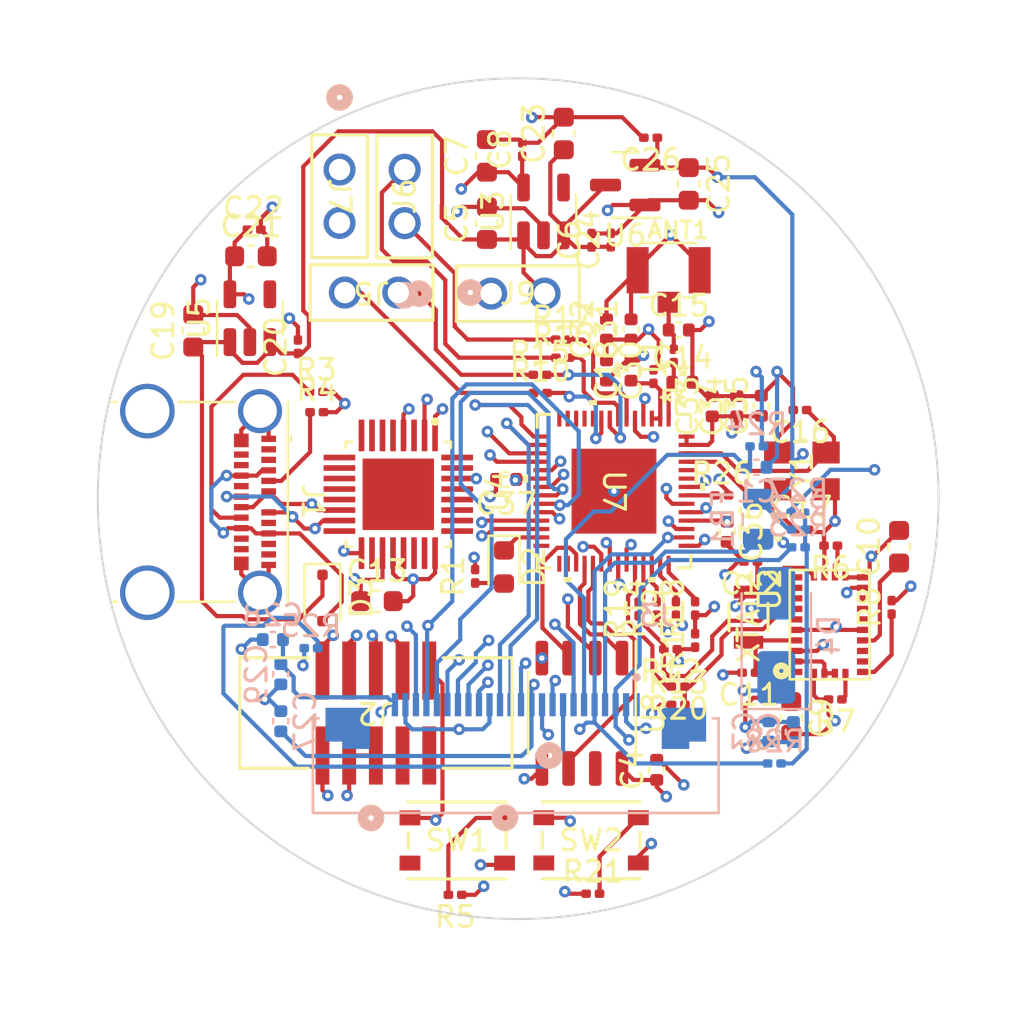
<source format=kicad_pcb>
(kicad_pcb (version 20221018) (generator pcbnew)
  (layers (0 "F.Cu" signal) (1 "In1.Cu" signal) (2 "In2.Cu" signal) (3 "In3.Cu" signal) (4 "In4.Cu" signal) (31 "B.Cu" signal) (34 "B.Paste" user) (35 "F.Paste" user) (36 "B.SilkS" user "B.Silkscreen") (37 "F.SilkS" user "F.Silkscreen") (38 "B.Mask" user) (39 "F.Mask" user) (44 "Edge.Cuts" user))
  (net 0 "")
  (net 1 "VDC")
  (net 2 "Net-(U2-CAP)")
  (net 3 "Net-(U2-XOUT32)")
  (net 4 "Net-(U2-XIN32)")
  (net 5 "+5V")
  (net 6 "Net-(ANT1-PadSIG)")
  (net 7 "MOTOR2_BIN2")
  (net 8 "MOTOR2_BIN1")
  (net 9 "Net-(U2-COM3)")
  (net 10 "Net-(U2-PS1)")
  (net 11 "Net-(U2-PS0)")
  (net 12 "DRV_SLEEP")
  (net 13 "MOTOR1_AIN1")
  (net 14 "DRV_FAULT")
  (net 16 "Net-(C18-Pad1)")
  (net 17 "+1V8")
  (net 18 "+2V8")
  (net 19 "Net-(D4-K)")
  (net 20 "Net-(FB1-Pad2)")
  (net 21 "CAM_RESET")
  (net 22 "IO38{slash}DVP_VSYNC")
  (net 23 "Net-(J3-Pad8)")
  (net 24 "IO47{slash}DVP_HREF")
  (net 25 "IO48{slash}DVP_Y9")
  (net 26 "IO10{slash}XMCLK")
  (net 27 "IO11{slash}DVP_Y8")
  (net 28 "BNO_SCL")
  (net 31 "IO12{slash}DVP_Y7")
  (net 32 "IO13{slash}DVP_PCLK")
  (net 41 "BNO_SDA")
  (net 44 "BNO_INT")
  (net 45 "MOTOR1_AIN2")
  (net 47 "Net-(J1-CC1)")
  (net 48 "USB_DP")
  (net 49 "USB_DN")
  (net 50 "Net-(J1-CC2)")
  (net 52 "IO14{slash}DVP_Y6")
  (net 53 "IO15{slash}DVP_Y2")
  (net 54 "IO16{slash}DVP_Y5")
  (net 55 "IO17{slash}DVP_Y3")
  (net 56 "IO18{slash}DVP_Y4")
  (net 57 "Net-(R21-Pad2)")
  (net 58 "CHIP_EN")
  (net 60 "VDD_SPI")
  (net 61 "SPIHD")
  (net 62 "SPIWP")
  (net 63 "SPICS0")
  (net 64 "SPICLK")
  (net 65 "SPID")
  (net 66 "SPIQ")
  (net 68 "GND")
  (net 69 "+3.3V")
  (net 70 "Net-(R5-Pad2)")
  (net 71 "RX_D7")
  (net 72 "TX_D6")
  (net 73 "BNO_RST")
  (net 94 "Net-(U7-LNA_IN)")
  (net 95 "Net-(U7-XTAL_P)")
  (net 96 "Net-(U7-XTAL_N)")
  (net 97 "IO21{slash}USER_LED")
  (net 98 "Net-(D2-A)")
  (net 99 "MTDO{slash}IO40{slash}CAM_SDA")
  (net 100 "MTCK{slash}IO39{slash}CAM_SCL")
  (net 101 "GPIO36")
  (net 102 "D3{slash}A3")
  (net 103 "GPIO35")
  (net 104 "D2{slash}A2")
  (net 105 "D1{slash}A1")
  (net 106 "D0{slash}A0")
  (net 107 "GPIO37")
  (net 108 "GPIO34")
  (net 109 "GPIO33")
  (net 110 "Net-(R22-Pad1)")
  (net 111 "Net-(U7-U0TXD)")
  (net 112 "GPIO0")
  (net 113 "D4{slash}I2C_SDA")
  (net 114 "D5{slash}I2C_SCL")
  (net 115 "D8{slash}A8{slash}SCK")
  (net 116 "D9{slash}A9{slash}MISO")
  (net 117 "D10{slash}A10{slash}MOSI")
  (net 118 "MTDI{slash}IO41{slash}PDM_DATA")
  (net 119 "MTMS{slash}IO42{slash}PDM_CLK")
  (footprint "Capacitor_SMD:C_0201_0603Metric" (layer "F.Cu") (at 136.464 45.3136 180)
    (fp_text reference "C26")
    (fp_text value "1uF")
  )
  (footprint "RS1-02-G:CONN_RS1-02-G_ADM" (layer "F.Cu") (at 124.7648 49.3776 90)
    (fp_text reference "J6")
    (fp_text value "RS1-02-G")
  )
  (footprint "PTS815:SW4_PTS815 SJM 250 SMTR LFS_CNK" (layer "F.Cu") (at 133.6298 78.74)
    (fp_text reference "SW2")
    (fp_text value "PTS815 SJM 250 SMTR LFS")
  )
  (footprint "Capacitor_SMD:C_0402_1005Metric" (layer "F.Cu") (at 137.802001 54.459599)
    (fp_text reference "C15")
    (fp_text value "1.6pF")
  )
  (footprint "Resistor_SMD:R_0201_0603Metric" (layer "F.Cu") (at 135.89 67.7316 90)
    (fp_text reference "R19")
    (fp_text value "0k")
  )
  (footprint "RS1-02-G:CONN_RS1-02-G_ADM" (layer "F.Cu") (at 121.666 46.8249 -90)
    (fp_text reference "J7")
    (fp_text value "RS1-02-G")
  )
  (footprint "ESP32S3:QFN56_7X7_EXP" (layer "F.Cu") (at 134.7216 62.1284 -90)
    (fp_text reference "U7")
    (fp_text value "ESP32-S3")
  )
  (footprint "Capacitor_SMD:C_0201_0603Metric" (layer "F.Cu") (at 141.224 65.4812 180)
    (fp_text reference "C12")
    (fp_text value "22pF")
  )
  (footprint "Capacitor_SMD:C_0201_0603Metric" (layer "F.Cu") (at 143.6624 63.9572)
    (fp_text reference "C17")
    (fp_text value "18pF")
  )
  (footprint "Capacitor_SMD:C_0603_1608Metric" (layer "F.Cu") (at 117.4496 50.9524)
    (fp_text reference "C21")
    (fp_text value "10uF")
  )
  (footprint "Package_TO_SOT_SMD:SOT-23-5" (layer "F.Cu") (at 117.3988 53.8988 90)
    (fp_text reference "U5")
    (fp_text value "MIC5504-1.8YM5")
  )
  (footprint "Package_TO_SOT_SMD:SOT-23-5" (layer "F.Cu") (at 131.3688 48.8188 90)
    (fp_text reference "U3")
    (fp_text value "MIC5504-3.3YM5")
  )
  (footprint "Capacitor_SMD:C_0201_0603Metric" (layer "F.Cu") (at 119.6848 55.2552 90)
    (fp_text reference "C20")
    (fp_text value "1uF")
  )
  (footprint "ABS07-32.768KHZ-7-T:XTAL_ABS07-32.768KHZ-7-T_ABR" (layer "F.Cu") (at 141.1224 68.1228 90)
    (fp_text reference "XTAL2")
    (fp_text value "ABS07-32.768KHZ-7-T")
  )
  (footprint "Resistor_SMD:R_0201_0603Metric" (layer "F.Cu") (at 145.2478 72.0344 180)
    (fp_text reference "R7")
    (fp_text value "10k")
  )
  (footprint "Resistor_SMD:R_0201_0603Metric" (layer "F.Cu") (at 147.9296 67.655 90)
    (fp_text reference "R8")
    (fp_text value "10k")
  )
  (footprint "Capacitor_SMD:C_0402_1005Metric" (layer "F.Cu") (at 140.1064 64.0588 -90)
    (fp_text reference "C36")
    (fp_text value "100nF")
  )
  (footprint "RS1-02-G:CONN_RS1-02-G_ADM" (layer "F.Cu") (at 128.8796 52.7304)
    (fp_text reference "J9")
    (fp_text value "RS1-02-G")
  )
  (footprint "Capacitor_SMD:C_0603_1608Metric" (layer "F.Cu") (at 128.6764 49.3776 90)
    (fp_text reference "C5")
    (fp_text value "10uF")
  )
  (footprint "Capacitor_SMD:C_0603_1608Metric" (layer "F.Cu") (at 128.6764 46.1772 90)
    (fp_text reference "C7")
    (fp_text value "10uF")
  )
  (footprint "U.FL-R-SMT-1:U.FL-R-SMT-1" (layer "F.Cu") (at 137.322001 51.616399)
    (fp_text reference "ANT1")
    (fp_text value "U.FL-R-SMT-1")
  )
  (footprint "Connector_USB:USB_C_Receptacle_Molex_105450-0101-L" (layer "F.Cu") (at 115.077 62.6384 -90)
    (fp_text reference "J1")
    (fp_text value "USB_C_Receptacle")
  )
  (footprint "Capacitor_SMD:C_0402_1005Metric" (layer "F.Cu") (at 134.366 56.388 -90)
    (fp_text reference "C30")
    (fp_text value "100nF")
  )
  (footprint "Resistor_SMD:R_0201_0603Metric" (layer "F.Cu") (at 137.7696 71.4248 180)
    (fp_text reference "R20")
    (fp_text value "0k")
  )
  (footprint "Capacitor_SMD:C_0402_1005Metric" (layer "F.Cu") (at 135.5344 56.388 90)
    (fp_text reference "C18")
    (fp_text value "100nF")
  )
  (footprint "Resistor_SMD:R_0201_0603Metric" (layer "F.Cu") (at 132.268 54.9148)
    (fp_text reference "R17")
    (fp_text value "0k")
  )
  (footprint "Resistor_SMD:R_0201_0603Metric" (layer "F.Cu") (at 128.1176 66.1772 90)
    (fp_text reference "R1")
    (fp_text value "100")
  )
  (footprint "Capacitor_SMD:C_0402_1005Metric" (layer "F.Cu") (at 136.7536 75.3872 90)
    (fp_text reference "C4")
    (fp_text value "100nF")
  )
  (footprint "3221-10-0300-00:CONN10_3221-10-0300-00_CNC" (layer "F.Cu") (at 123.3932 72.682798 180)
    (fp_text reference "J2")
    (fp_text value "3221-10-0300-00")
  )
  (footprint "Capacitor_SMD:C_0201_0603Metric" (layer "F.Cu") (at 141.1376 70.7644 180)
    (fp_text reference "C11")
    (fp_text value "22pF")
  )
  (footprint "Resistor_SMD:R_0201_0603Metric" (layer "F.Cu") (at 138.5824 69.2298 90)
    (fp_text reference "R11")
    (fp_text value "10k")
  )
  (footprint "RS1-02-G:CONN_RS1-02-G_ADM" (layer "F.Cu") (at 124.46 52.6796 180)
    (fp_text reference "J5")
    (fp_text value "RS1-02-G")
  )
  (footprint "Package_TO_SOT_SMD:SOT-23" (layer "F.Cu") (at 135.2573 47.564 180)
    (fp_text reference "U6")
    (fp_text value "MCP1700x-280xxTT")
  )
  (footprint "Resistor_SMD:R_0201_0603Metric" (layer "F.Cu") (at 132.2786 55.7784)
    (fp_text reference "R16")
    (fp_text value "0k")
  )
  (footprint "Package_SO:SOP-8_3.9x4.9mm_P1.27mm" (layer "F.Cu") (at 133.1976 72.6948 -90)
    (fp_text reference "U8")
    (fp_text value "GD25D05CT")
  )
  (footprint "Capacitor_SMD:C_0402_1005Metric" (layer "F.Cu") (at 140.5636 58.0872 90)
    (fp_text reference "C34")
    (fp_text value "100nF")
  )
  (footprint "Resistor_SMD:R_0201_0603Metric" (layer "F.Cu") (at 136.7536 67.7058 90)
    (fp_text reference "R14")
    (fp_text value "0k")
  )
  (footprint "Capacitor_SMD:C_0603_1608Metric" (layer "F.Cu") (at 148.2852 64.77 90)
    (fp_text reference "C10")
    (fp_text value "0.1uF")
  )
  (footprint "LED_SMD:LED_0603_1608Metric" (layer "F.Cu") (at 129.4892 65.7352 -90)
    (fp_text reference "D2")
    (fp_text value "LED")
  )
  (footprint "Resistor_SMD:R_0201_0603Metric" (layer "F.Cu") (at 127.163 81.3308 180)
    (fp_text reference "R5")
    (fp_text value "10k")
  )
  (footprint "Resistor_SMD:R_0201_0603Metric" (layer "F.Cu") (at 120.559 57.404)
    (fp_text reference "R3")
    (fp_text value "6.1K")
  )
  (footprint "Resistor_SMD:R_0201_0603Metric" (layer "F.Cu") (at 137.414 69.6468 180)
    (fp_text reference "R12")
    (fp_text value "10k")
  )
  (footprint "ABM8G_40_000MHZ_18_D2Y_T:CRYSTAL_ABM8G_ABR" (layer "F.Cu") (at 143.6624 61.1632 90)
    (fp_text reference "Y1")
    (fp_text value "ABM8G-40.000MHZ-18-D2Y-T")
  )
  (footprint "Capacitor_SMD:C_0201_0603Metric" (layer "F.Cu") (at 117.602 49.6824)
    (fp_text reference "C22")
    (fp_text value "1uF")
  )
  (footprint "Capacitor_SMD:C_0603_1608Metric" (layer "F.Cu") (at 123.444 67.3608)
    (fp_text reference "C13")
    (fp_text value "10uF")
  )
  (footprint "Inductor_SMD:L_0201_0603Metric" (layer "F.Cu") (at 136.6012 56.6776 -90)
    (fp_text reference "L2")
    (fp_text value "2nH")
  )
  (footprint "Capacitor_SMD:C_0201_0603Metric" (layer "F.Cu") (at 143.5714 58.2676 180)
    (fp_text reference "C16")
    (fp_text value "18pF")
  )
  (footprint "Capacitor_SMD:C_0201_0603Metric" (layer "F.Cu") (at 130.3528 45.8724 90)
    (fp_text reference "C8")
    (fp_text value "1uF")
  )
  (footprint "FT232RQ:QFN50P500X500X90-33N" (layer "F.Cu") (at 124.46 62.2768 -90)
    (fp_text reference "U4")
    (fp_text value "FT232RQ")
  )
  (footprint "Resistor_SMD:R_0201_0603Metric" (layer "F.Cu") (at 137.668 67.7058 90)
    (fp_text reference "R9")
    (fp_text value "0k")
  )
  (footprint "Capacitor_SMD:C_0402_1005Metric" (layer "F.Cu") (at 137.9728 56.9468)
    (fp_text reference "C14")
    (fp_text value "1.6pF")
  )
  (footprint "PTS815:SW4_PTS815 SJM 250 SMTR LFS_CNK" (layer "F.Cu") (at 127.264999 78.748199)
    (fp_text reference "SW1")
    (fp_text value "PTS815 SJM 250 SMTR LFS")
  )
  (footprint "Resistor_SMD:R_0201_0603Metric" (layer "F.Cu") (at 120.584 58.3692)
    (fp_text reference "R4")
    (fp_text value "5.1K")
  )
  (footprint "Resistor_SMD:R_0201_0603Metric" (layer "F.Cu") (at 145.034 64.7192 180)
    (fp_text reference "R6")
    (fp_text value "10k")
  )
  (footprint "Capacitor_SMD:C_0402_1005Metric" (layer "F.Cu") (at 129.5908 61.5696 180)
    (fp_text reference "C37")
    (fp_text value "100nF")
  )
  (footprint "Capacitor_SMD:C_0603_1608Metric" (layer "F.Cu") (at 132.334 45.1104 90)
    (fp_text reference "C23")
    (fp_text value "10uF")
  )
  (footprint "Inductor_SMD:L_0201_0603Metric" (layer "F.Cu") (at 137.5664 55.692 90)
    (fp_text reference "L1")
    (fp_text value "2nH")
  )
  (footprint "Capacitor_SMD:C_0603_1608Metric" (layer "F.Cu") (at 138.2776 47.511 -90)
    (fp_text reference "C25")
    (fp_text value "10uF")
  )
  (footprint "Resistor_SMD:R_0201_0603Metric" (layer "F.Cu") (at 131.2012 56.5912)
    (fp_text reference "R15")
    (fp_text value "0k")
  )
  (footprint "Capacitor_SMD:C_0402_1005Metric" (layer "F.Cu") (at 135.5344 54.4348 90)
    (fp_text reference "C31")
    (fp_text value "2.2uF")
  )
  (footprint "Resistor_SMD:R_0201_0603Metric" (layer "F.Cu") (at 133.7162 81.28)
    (fp_text reference "R21")
    (fp_text value "10k")
  )
  (footprint "Capacitor_SMD:C_0402_1005Metric" (layer "F.Cu") (at 141.732 58.0644 90)
    (fp_text reference "C35")
    (fp_text value "10nF")
  )
  (footprint "Resistor_SMD:R_0201_0603Metric" (layer "F.Cu") (at 138.5824 67.7058 90)
    (fp_text reference "R18")
    (fp_text value "0k")
  )
  (footprint "Capacitor_SMD:C_0402_1005Metric" (layer "F.Cu") (at 134.366 54.4348 90)
    (fp_text reference "C32")
    (fp_text value "2.2uF")
  )
  (footprint "Capacitor_SMD:C_0402_1005Metric" (layer "F.Cu") (at 139.3952 58.0872 90)
    (fp_text reference "C33")
    (fp_text value "2.2uF")
  )
  (footprint "Resistor_SMD:R_0201_0603Metric" (layer "F.Cu") (at 139.8524 62.3316)
    (fp_text reference "R26")
    (fp_text value "499")
  )
  (footprint "Capacitor_SMD:C_0603_1608Metric" (layer "F.Cu") (at 114.7064 54.4954 90)
    (fp_text reference "C19")
    (fp_text value "10uF")
  )
  (footprint "Diode_SMD:D_SOD-323F" (layer "F.Cu") (at 120.8532 67.2084 -90)
    (fp_text reference "D3")
    (fp_text value "PMEG6010CEJ")
  )
  (footprint "BNO055:LGA28R50P4X10_380X520X100" (layer "F.Cu") (at 144.9832 68.4784 90)
    (fp_text reference "U2")
    (fp_text value "BNO055")
  )
  (footprint "Capacitor_SMD:C_0201_0603Metric" (layer "F.Cu") (at 133.6548 50.1904 90)
    (fp_text reference "C6")
    (fp_text value "1uF")
  )
  (footprint "Capacitor_SMD:C_0603_1608Metric" (layer "F.Cu") (at 143.1544 72.911 -90)
    (fp_text reference "C9")
    (fp_text value "0.1uF")
  )
  (footprint "Resistor_SMD:R_0201_0603Metric" (layer "F.Cu") (at 131.2164 57.4548)
    (fp_text reference "R10")
    (fp_text value "0k")
  )
  (footprint "Capacitor_SMD:C_0201_0603Metric" (layer "F.Cu") (at 134.5692 50.1798 90)
    (fp_text reference "C24")
    (fp_text value "1uF")
  )
  (footprint "Resistor_SMD:R_0201_0603Metric" (layer "F.Cu") (at 137.7802 72.2884)
    (fp_text reference "R13")
    (fp_text value "10k")
  )
  (footprint "Capacitor_SMD:C_0805_2012Metric" (layer "B.Cu") (at 141.5796 63.4644 -90)
    (fp_text reference "FB1")
    (fp_text value "120R-3A")
  )
  (footprint "Capacitor_SMD:C_0402_1005Metric" (layer "B.Cu") (at 118.872 73.0732 90)
    (fp_text reference "C27")
    (fp_text value "2.2uF")
  )
  (footprint "Resistor_SMD:R_0201_0603Metric" (layer "B.Cu") (at 143.4698 63.1444 180)
    (fp_text reference "R27")
    (fp_text value "0k")
  )
  (footprint "Capacitor_SMD:C_0402_1005Metric" (layer "B.Cu") (at 118.4936 69.1896 180)
    (fp_text reference "C28")
    (fp_text value "2.2uF")
  )
  (footprint "Resistor_SMD:R_0201_0603Metric" (layer "B.Cu") (at 120.305 69.596 180)
    (fp_text reference "R25")
    (fp_text value "10k")
  )
  (footprint "Resistor_SMD:R_0201_0603Metric" (layer "B.Cu") (at 143.4948 64.8004 180)
    (fp_text reference "R23")
    (fp_text value "4.7k")
  )
  (footprint "Capacitor_SMD:C_0402_1005Metric" (layer "B.Cu") (at 141.5008 60.9904)
    (fp_text reference "C1")
    (fp_text value "100nF")
  )
  (footprint "Capacitor_SMD:C_0402_1005Metric" (layer "B.Cu") (at 118.872 70.838 -90)
    (fp_text reference "C29")
    (fp_text value "100nF")
  )
  (footprint "Capacitor_SMD:C_0402_1005Metric" (layer "B.Cu") (at 143.256 73.5864 -90)
    (fp_text reference "C2")
    (fp_text value "100nF")
  )
  (footprint "Capacitor_SMD:C_0402_1005Metric" (layer "B.Cu") (at 142.0876 73.5584 -90)
    (fp_text reference "C3")
    (fp_text value "4.7uF")
  )
  (footprint "F32R-1A7H1-11024:AMPHENOL_F32R-1A7H1-11024" (layer "B.Cu") (at 130.0492 75.1884 180)
    (fp_text reference "J3")
    (fp_text value "F32R-1A7H1-11024")
  )
  (footprint "Diode_SMD:D_SMA" (layer "B.Cu") (at 142.4432 68.9864 90)
    (fp_text reference "D4")
    (fp_text value "B140-E3")
  )
  (footprint "Resistor_SMD:R_0201_0603Metric" (layer "B.Cu") (at 143.4948 63.9572 180)
    (fp_text reference "R22")
    (fp_text value "0k")
  )
  (footprint "Resistor_SMD:R_0201_0603Metric" (layer "B.Cu") (at 141.5136 59.9948 180)
    (fp_text reference "R24")
    (fp_text value "10k")
  )
  (footprint "Resistor_SMD:R_0201_0603Metric" (layer "B.Cu") (at 142.3522 75.0824 180)
    (fp_text reference "R28")
    (fp_text value "4.7k")
  )
  (gr_circle (center 130.1648 62.484) (end 150.1648 62.484) (stroke (width 0.1)) (fill none) (layer "Edge.Cuts"))
  (segment (start 132.3188 49.565) (end 132.3188 49.9563) (width 0.2) (layer "F.Cu") (net 1))
  (segment (start 116.4488 55.0363) (end 116.4488 55.420551) (width 0.2) (layer "F.Cu") (net 1))
  (segment (start 134.3198 47.564) (end 132.3188 49.565) (width 0.2) (layer "F.Cu") (net 1))
  (segment (start 131.6938 48.947049) (end 132.3188 49.572049) (width 0.2) (layer "F.Cu") (net 1))
  (segment (start 119.7356 68.2244) (end 120.8532 67.1068) (width 0.2) (layer "F.Cu") (net 1))
  (segment (start 132.8729 50.5104) (end 132.3188 49.9563) (width 0.2) (layer "F.Cu") (net 1))
  (segment (start 117.204905 68.2244) (end 119.7356 68.2244) (width 0.2) (layer "F.Cu") (net 1))
  (segment (start 114.7064 55.2704) (end 115.12 55.684) (width 0.2) (layer "F.Cu") (net 1))
  (segment (start 132.3188 49.572049) (end 132.3188 49.9563) (width 0.2) (layer "F.Cu") (net 1))
  (segment (start 134.5692 50.4998) (end 133.6654 50.4998) (width 0.2) (layer "F.Cu") (net 1))
  (segment (start 119.9388 53.533895) (end 120.2098 53.804895) (width 0.2) (layer "F.Cu") (net 1))
  (segment (start 116.4488 55.420551) (end 117.052049 56.0238) (width 0.2) (layer "F.Cu") (net 1))
  (segment (start 117.745551 56.0238) (end 118.3488 55.420551) (width 0.2) (layer "F.Cu") (net 1))
  (segment (start 127.562495 50.1526) (end 126.529 49.119105) (width 0.2) (layer "F.Cu") (net 1))
  (segment (start 131.733 50.9438) (end 132.3188 50.358) (width 0.2) (layer "F.Cu") (net 1))
  (segment (start 120.8532 67.1068) (end 120.8532 66.1084) (width 0.2) (layer "F.Cu") (net 1))
  (segment (start 118.3488 55.420551) (end 118.3488 55.0363) (width 0.2) (layer "F.Cu") (net 1))
  (segment (start 128.6764 50.1526) (end 130.2225 50.1526) (width 0.2) (layer "F.Cu") (net 1))
  (segment (start 131.6938 46.5256) (end 131.6938 48.947049) (width 0.2) (layer "F.Cu") (net 1))
  (segment (start 115.824 68.072) (end 117.052505 68.072) (width 0.2) (layer "F.Cu") (net 1))
  (segment (start 126.0856 45.0088) (end 121.6152 45.0088) (width 0.2) (layer "F.Cu") (net 1))
  (segment (start 117.052049 56.0238) (end 117.745551 56.0238) (width 0.2) (layer "F.Cu") (net 1))
  (segment (start 131.4196 52.7304) (end 130.4188 51.7296) (width 0.2) (layer "F.Cu") (net 1))
  (segment (start 121.6152 45.0088) (end 119.9388 46.6852) (width 0.2) (layer "F.Cu") (net 1))
  (segment (start 132.3188 50.358) (end 132.3188 49.9563) (width 0.2) (layer "F.Cu") (net 1))
  (segment (start 130.4188 51.7296) (end 130.4188 49.9563) (width 0.2) (layer "F.Cu") (net 1))
  (segment (start 126.529 49.119105) (end 126.529 48.518495) (width 0.2) (layer "F.Cu") (net 1))
  (segment (start 133.6548 50.5104) (end 132.8729 50.5104) (width 0.2) (layer "F.Cu") (net 1))
  (segment (start 116.4488 55.0363) (end 114.9405 55.0363) (width 0.2) (layer "F.Cu") (net 1))
  (segment (start 126.529 48.518495) (end 126.5428 48.504695) (width 0.2) (layer "F.Cu") (net 1))
  (segment (start 130.4188 50.340551) (end 131.022049 50.9438) (width 0.2) (layer "F.Cu") (net 1))
  (segment (start 115.12 55.684) (end 115.12 67.368) (width 0.2) (layer "F.Cu") (net 1))
  (segment (start 130.2225 50.1526) (end 130.4188 49.9563) (width 0.2) (layer "F.Cu") (net 1))
  (segment (start 119.875841 55.5752) (end 119.6848 55.5752) (width 0.2) (layer "F.Cu") (net 1))
  (segment (start 120.2098 55.241241) (end 119.875841 55.5752) (width 0.2) (layer "F.Cu") (net 1))
  (segment (start 126.5428 48.504695) (end 126.5428 45.466) (width 0.2) (layer "F.Cu") (net 1))
  (segment (start 119.9388 46.6852) (end 119.9388 53.533895) (width 0.2) (layer "F.Cu") (net 1))
  (segment (start 128.6764 50.1526) (end 127.562495 50.1526) (width 0.2) (layer "F.Cu") (net 1))
  (segment (start 120.2098 53.804895) (end 120.2098 55.241241) (width 0.2) (layer "F.Cu") (net 1))
  (segment (start 114.9405 55.0363) (end 114.7064 55.2704) (width 0.2) (layer "F.Cu") (net 1))
  (segment (start 130.4188 49.9563) (end 130.4188 50.340551) (width 0.2) (layer "F.Cu") (net 1))
  (segment (start 115.12 67.368) (end 115.824 68.072) (width 0.2) (layer "F.Cu") (net 1))
  (segment (start 133.6654 50.4998) (end 133.6548 50.5104) (width 0.2) (layer "F.Cu") (net 1))
  (segment (start 118.8877 55.5752) (end 119.6848 55.5752) (width 0.2) (layer "F.Cu") (net 1))
  (segment (start 131.022049 50.9438) (end 131.733 50.9438) (width 0.2) (layer "F.Cu") (net 1))
  (segment (start 117.052505 68.072) (end 117.204905 68.2244) (width 0.2) (layer "F.Cu") (net 1))
  (segment (start 126.5428 45.466) (end 126.0856 45.0088) (width 0.2) (layer "F.Cu") (net 1))
  (segment (start 118.3488 55.0363) (end 118.8877 55.5752) (width 0.2) (layer "F.Cu") (net 1))
  (segment (start 132.334 45.8854) (end 131.6938 46.5256) (width 0.2) (layer "F.Cu") (net 1))
  (segment (start 147.1082 69.2284) (end 147.3708 68.9658) (width 0.2) (layer "F.Cu") (net 2))
  (segment (start 146.5457 69.2284) (end 147.1082 69.2284) (width 0.2) (layer "F.Cu") (net 2))
  (segment (start 147.3708 68.9658) (end 147.3708 66.4594) (width 0.2) (layer "F.Cu") (net 2))
  (segment (start 147.3708 66.4594) (end 148.2852 65.545) (width 0.2) (layer "F.Cu") (net 2))
  (segment (start 141.1224 69.3166) (end 141.2106 69.2284) (width 0.2) (layer "F.Cu") (net 3))
  (segment (start 141.4576 69.6518) (end 141.4576 70.7644) (width 0.2) (layer "F.Cu") (net 3))
  (segment (start 141.1224 69.3166) (end 141.4576 69.6518) (width 0.2) (layer "F.Cu") (net 3))
  (segment (start 141.2106 69.2284) (end 143.4207 69.2284) (width 0.2) (layer "F.Cu") (net 3))
  (segment (start 143.4207 69.7284) (end 144.3779 69.7284) (width 0.2) (layer "F.Cu") (net 4))
  (segment (start 144.3779 69.7284) (end 144.6784 69.4279) (width 0.2) (layer "F.Cu") (net 4))
  (segment (start 141.1224 66.969304) (end 140.496118 67.595586) (width 0.2) (layer "F.Cu") (net 4))
  (segment (start 141.544 66.5074) (end 141.544 65.4812) (width 0.2) (layer "F.Cu") (net 4))
  (segment (start 141.1224 66.929) (end 141.1224 66.969304) (width 0.2) (layer "F.Cu") (net 4))
  (segment (start 141.1224 66.929) (end 141.544 66.5074) (width 0.2) (layer "F.Cu") (net 4))
  (via (at 140.496118 67.595586) (size 0.55) (drill 0.25) (layers "F.Cu" "B.Cu") (net 4))
  (via (at 144.6784 69.4279) (size 0.55) (drill 0.25) (layers "F.Cu" "B.Cu") (net 4))
  (segment (start 118.292 64.1384) (end 119.769596 64.1384) (width 0.2) (layer "F.Cu") (net 5))
  (segment (start 119.769596 64.1384) (end 121.7676 66.136404) (width 0.2) (layer "F.Cu") (net 5))
  (segment (start 117.442 63.8884) (end 116.992 63.8884) (width 0.2) (layer "F.Cu") (net 5))
  (segment (start 121.7676 67.394) (end 120.8532 68.3084) (width 0.2) (layer "F.Cu") (net 5))
  (segment (start 116.992 63.8884) (end 116.361472 63.8884) (width 0.2) (layer "F.Cu") (net 5))
  (segment (start 116.992 61.3884) (end 117.727 61.3884) (width 0.2) (layer "F.Cu") (net 5))
  (segment (start 118.292 64.1384) (end 117.692 64.1384) (width 0.2) (layer "F.Cu") (net 5))
  (segment (start 121.7676 66.136404) (end 121.7676 67.394) (width 0.2) (layer "F.Cu") (net 5))
  (segment (start 117.692 64.1384) (end 117.442 63.8884) (width 0.2) (layer "F.Cu") (net 5))
  (segment (start 116.300265 61.3884) (end 116.2945 61.382635) (width 0.2) (layer "F.Cu") (net 5))
  (segment (start 117.727 61.3884) (end 117.977 61.1384) (width 0.2) (layer "F.Cu") (net 5))
  (segment (start 117.977 61.1384) (end 118.292 61.1384) (width 0.2) (layer "F.Cu") (net 5))
  (segment (start 116.361472 63.8884) (end 116.136972 64.1129) (width 0.2) (layer "F.Cu") (net 5))
  (segment (start 116.992 61.3884) (end 116.300265 61.3884) (width 0.2) (layer "F.Cu") (net 5))
  (via (at 116.2945 61.382635) (size 0.55) (drill 0.25) (layers "F.Cu" "B.Cu") (net 5))
  (via (at 116.136972 64.1129) (size 0.55) (drill 0.25) (layers "F.Cu" "B.Cu") (net 5))
  (segment (start 116.136972 64.1129) (end 115.569097 63.545025) (width 0.2) (layer "B.Cu") (net 5))
  (segment (start 115.569097 61.976903) (end 116.163365 61.382635) (width 0.2) (layer "B.Cu") (net 5))
  (segment (start 116.163365 61.382635) (end 116.2945 61.382635) (width 0.2) (layer "B.Cu") (net 5))
  (segment (start 115.569097 63.545025) (end 115.569097 61.976903) (width 0.2) (layer "B.Cu") (net 5))
  (segment (start 137.5664 55.372) (end 137.5664 54.703998) (width 0.2) (layer "F.Cu") (net 6))
  (segment (start 137.322001 53.141399) (end 137.322001 54.459599) (width 0.2) (layer "F.Cu") (net 6))
  (segment (start 137.5664 54.703998) (end 137.322001 54.459599) (width 0.2) (layer "F.Cu") (net 6))
  (segment (start 127.1452 51.758) (end 127.1452 54.298) (width 0.2) (layer "F.Cu") (net 7))
  (segment (start 124.7648 49.3776) (end 127.1452 51.758) (width 0.2) (layer "F.Cu") (net 7))
  (segment (start 127.1452 54.298) (end 127.762 54.9148) (width 0.2) (layer "F.Cu") (net 7))
  (segment (start 127.762 54.9148) (end 131.948 54.9148) (width 0.2) (layer "F.Cu") (net 7))
  (segment (start 126.6952 52.083251) (end 126.6952 55.118) (width 0.2) (layer "F.Cu") (net 8))
  (segment (start 127.3556 55.7784) (end 131.9586 55.7784) (width 0.2) (layer "F.Cu") (net 8))
  (segment (start 124.2568 51.2064) (end 125.818349 51.2064) (width 0.2) (layer "F.Cu") (net 8))
  (segment (start 126.6952 55.118) (end 127.3556 55.7784) (width 0.2) (layer "F.Cu") (net 8))
  (segment (start 125.818349 51.2064) (end 126.6952 52.083251) (width 0.2) (layer "F.Cu") (net 8))
  (segment (start 123.6778 47.9246) (end 123.6778 50.6274) (width 0.2) (layer "F.Cu") (net 8))
  (segment (start 123.6778 50.6274) (end 124.2568 51.2064) (width 0.2) (layer "F.Cu") (net 8))
  (segment (start 124.7648 46.8376) (end 123.6778 47.9246) (width 0.2) (layer "F.Cu") (net 8))
  (segment (start 145.354 64.7192) (end 145.354 65.5326) (width 0.2) (layer "F.Cu") (net 9))
  (segment (start 145.2332 65.6534) (end 145.2332 66.1659) (width 0.2) (layer "F.Cu") (net 9))
  (segment (start 145.354 65.5326) (end 145.2332 65.6534) (width 0.2) (layer "F.Cu") (net 9))
  (segment (start 145.7332 71.869) (end 145.7332 70.7909) (width 0.2) (layer "F.Cu") (net 10))
  (segment (start 145.5678 72.0344) (end 145.7332 71.869) (width 0.2) (layer "F.Cu") (net 10))
  (segment (start 147.1082 70.7284) (end 147.9296 69.907) (width 0.2) (layer "F.Cu") (net 11))
  (segment (start 147.9296 69.907) (end 147.9296 67.975) (width 0.2) (layer "F.Cu") (net 11))
  (segment (start 146.5457 70.7284) (end 147.1082 70.7284) (width 0.2) (layer "F.Cu") (net 11))
  (segment (start 137.974396 68.511505) (end 137.668 68.205109) (width 0.2) (layer "F.Cu") (net 12))
  (segment (start 137.668 68.205109) (end 137.668 68.0258) (width 0.2) (layer "F.Cu") (net 12))
  (via (at 137.974396 68.511505) (size 0.55) (drill 0.25) (layers "F.Cu" "B.Cu") (net 12))
  (segment (start 122.682 52.6796) (end 121.92 52.6796) (width 0.2) (layer "F.Cu") (net 13))
  (segment (start 130.8964 57.4548) (end 127.4572 57.4548) (width 0.2) (layer "F.Cu") (net 13))
  (segment (start 127.4572 57.4548) (end 122.682 52.6796) (width 0.2) (layer "F.Cu") (net 13))
  (segment (start 138.5824 68.9098) (end 138.5824 68.0258) (width 0.2) (layer "F.Cu") (net 14))
  (segment (start 139.0858 68.0258) (end 139.4968 67.6148) (width 0.2) (layer "F.Cu") (net 14))
  (segment (start 138.5824 68.0258) (end 139.0858 68.0258) (width 0.2) (layer "F.Cu") (net 14))
  (segment (start 138.6688 68.1122) (end 138.5824 68.0258) (width 0.2) (layer "F.Cu") (net 14))
  (segment (start 138.6332 68.0766) (end 138.5824 68.0258) (width 0.2) (layer "F.Cu") (net 14))
  (via (at 139.4968 67.6148) (size 0.55) (drill 0.25) (layers "F.Cu" "B.Cu") (net 14))
  (segment (start 136.921601 57.318001) (end 136.6012 56.9976) (width 0.2) (layer "F.Cu") (net 16))
  (segment (start 136.6012 56.9976) (end 135.664 56.9976) (width 0.2) (layer "F.Cu") (net 16))
  (segment (start 136.921601 58.675999) (end 136.921601 57.318001) (width 0.2) (layer "F.Cu") (net 16))
  (segment (start 135.664 56.9976) (end 135.5344 56.868) (width 0.2) (layer "F.Cu") (net 16))
  (segment (start 136.921601 58.675999) (end 136.521599 58.675999) (width 0.2) (layer "F.Cu") (net 16))
  (segment (start 116.4488 52.7613) (end 116.4488 51.1782) (width 0.2) (layer "F.Cu") (net 17))
  (segment (start 116.4488 52.7613) (end 117.1249 52.7613) (width 0.2) (layer "F.Cu") (net 17))
  (segment (start 116.6746 50.9524) (end 116.6746 50.2898) (width 0.2) (layer "F.Cu") (net 17))
  (segment (start 116.4488 51.1782) (end 116.6746 50.9524) (width 0.2) (layer "F.Cu") (net 17))
  (segment (start 117.1249 52.7613) (end 117.348 52.9844) (width 0.2) (layer "F.Cu") (net 17))
  (segment (start 116.6746 50.2898) (end 117.282 49.6824) (width 0.2) (layer "F.Cu") (net 17))
  (via (at 131.5997 73.7108) (size 0.55) (drill 0.25) (layers "F.Cu" "B.Cu") (net 17))
  (via (at 117.348 52.9844) (size 0.55) (drill 0.25) (layers "F.Cu" "B.Cu") (net 17))
  (segment (start 131.2992 72.2884) (end 131.2992 73.4103) (width 0.2) (layer "B.Cu") (net 17))
  (segment (start 131.2992 73.4103) (end 131.5997 73.7108) (width 0.2) (layer "B.Cu") (net 17))
  (segment (start 138.2776 46.736) (end 139.192 46.736) (width 0.2) (layer "F.Cu") (net 18))
  (segment (start 136.1948 46.614) (end 136.784 46.0248) (width 0.2) (layer "F.Cu") (net 18))
  (segment (start 138.2776 46.736) (end 136.3168 46.736) (width 0.2) (layer "F.Cu") (net 18))
  (segment (start 136.784 46.0248) (end 136.784 45.3136) (width 0.2) (layer "F.Cu") (net 18))
  (segment (start 139.192 46.736) (end 139.6492 47.1932) (width 0.2) (layer "F.Cu") (net 18))
  (segment (start 136.3168 46.736) (end 136.1948 46.614) (width 0.2) (layer "F.Cu") (net 18))
  (via (at 139.6492 47.1932) (size 0.55) (drill 0.25) (layers "F.Cu" "B.Cu") (net 18))
  (via (at 130.914831 71.326283) (size 0.55) (drill 0.25) (layers "F.Cu" "B.Cu") (net 18))
  (via (at 143.7132 60.3504) (size 0.55) (drill 0.25) (layers "F.Cu" "B.Cu") (net 18))
  (via (at 141.244669 67.708302) (size 0.55) (drill 0.25) (layers "F.Cu" "B.Cu") (net 18))
  (segment (start 141.4272 47.1932) (end 143.2052 48.9712) (width 0.2) (layer "B.Cu") (net 18))
  (segment (start 143.2052 48.9712) (end 143.2052 60.6552) (width 0.2) (layer "B.Cu") (net 18))
  (segment (start 139.6492 47.1932) (end 141.4272 47.1932) (width 0.2) (layer "B.Cu") (net 18))
  (segment (start 130.7992 72.2884) (end 130.7992 71.441914) (width 0.2) (layer "B.Cu") (net 18))
  (segment (start 143.2052 60.6552) (end 143.2052 61.8236) (width 0.2) (layer "B.Cu") (net 18))
  (segment (start 130.3312 74.7268) (end 130.7992 74.2588) (width 0.2) (layer "B.Cu") (net 18))
  (segment (start 141.966571 66.9864) (end 141.244669 67.708302) (width 0.2) (layer "B.Cu") (net 18))
  (segment (start 142.5144 62.5144) (end 141.5796 62.5144) (width 0.2) (layer "B.Cu") (net 18))
  (segment (start 143.2052 60.6552) (end 143.4084 60.6552) (width 0.2) (layer "B.Cu") (net 18))
  (segment (start 120.0456 74.7268) (end 130.3312 74.7268) (width 0.2) (layer "B.Cu") (net 18))
  (segment (start 143.0224 63.9572) (end 141.5796 62.5144) (width 0.2) (layer "B.Cu") (net 18))
  (segment (start 130.7992 74.2588) (end 130.7992 72.2884) (width 0.2) (layer "B.Cu") (net 18))
  (segment (start 142.4432 66.9864) (end 141.966571 66.9864) (width 0.2) (layer "B.Cu") (net 18))
  (segment (start 118.872 73.5532) (end 120.0456 74.7268) (width 0.2) (layer "B.Cu") (net 18))
  (segment (start 143.2052 61.8236) (end 142.5144 62.5144) (width 0.2) (layer "B.Cu") (net 18))
  (segment (start 130.7992 71.441914) (end 130.914831 71.326283) (width 0.2) (layer "B.Cu") (net 18))
  (segment (start 143.4084 60.6552) (end 143.7132 60.3504) (width 0.2) (layer "B.Cu") (net 18))
  (segment (start 143.1748 63.9572) (end 143.0224 63.9572) (width 0.2) (layer "B.Cu") (net 18))
  (via (at 140.882921 71.613813) (size 0.55) (drill 0.25) (layers "F.Cu" "B.Cu") (net 19))
  (via (at 123.6472 72.644) (size 0.55) (drill 0.25) (layers "F.Cu" "B.Cu") (net 19))
  (segment (start 119.482 71.6284) (end 119.482 70.968) (width 0.2) (layer "B.Cu") (net 19))
  (segment (start 119.482 70.968) (end 118.872 70.358) (width 0.2) (layer "B.Cu") (net 19))
  (segment (start 142.3096 70.9864) (end 142.2908 70.9676) (width 0.2) (layer "B.Cu") (net 19))
  (segment (start 118.9736 70.2564) (end 118.872 70.358) (width 0.2) (layer "B.Cu") (net 19))
  (segment (start 124.2992 72.2884) (end 123.9436 71.9328) (width 0.2) (layer "B.Cu") (net 19))
  (segment (start 142.2908 70.9676) (end 141.644587 71.613813) (width 0.2) (layer "B.Cu") (net 19))
  (segment (start 123.9436 71.9328) (end 119.7864 71.9328) (width 0.2) (layer "B.Cu") (net 19))
  (segment (start 118.9736 69.1896) (end 118.9736 70.2564) (width 0.2) (layer "B.Cu") (net 19))
  (segment (start 141.644587 71.613813) (end 140.882921 71.613813) (width 0.2) (layer "B.Cu") (net 19))
  (segment (start 142.4432 70.9864) (end 142.3096 70.9864) (width 0.2) (layer "B.Cu") (net 19))
  (segment (start 119.7864 71.9328) (end 119.482 71.6284) (width 0.2) (layer "B.Cu") (net 19))
  (segment (start 118.9788 69.1844) (end 118.9736 69.1896) (width 0.2) (layer "B.Cu") (net 19))
  (segment (start 124.0028 72.2884) (end 123.6472 72.644) (width 0.2) (layer "B.Cu") (net 19))
  (segment (start 124.2992 72.2884) (end 124.0028 72.2884) (width 0.2) (layer "B.Cu") (net 19))
  (segment (start 134.2992 66.0052) (end 134.2992 72.2884) (width 0.2) (layer "B.Cu") (net 20))
  (segment (start 134.770487 65.533913) (end 134.2992 66.0052) (width 0.2) (layer "B.Cu") (net 20))
  (segment (start 141.5796 64.4144) (end 140.9896 65.0044) (width 0.2) (layer "B.Cu") (net 20))
  (segment (start 140.9896 65.0044) (end 137.173988 65.0044) (width 0.2) (layer "B.Cu") (net 20))
  (segment (start 136.644475 65.533913) (end 134.770487 65.533913) (width 0.2) (layer "B.Cu") (net 20))
  (segment (start 137.173988 65.0044) (end 136.644475 65.533913) (width 0.2) (layer "B.Cu") (net 20))
  (segment (start 133.2992 72.2884) (end 133.2992 67.217327) (width 0.2) (layer "B.Cu") (net 21))
  (segment (start 134.569573 63.0936) (end 137.261973 60.4012) (width 0.2) (layer "B.Cu") (net 21))
  (segment (start 133.2992 67.217327) (end 132.4356 66.353727) (width 0.2) (layer "B.Cu") (net 21))
  (segment (start 137.261973 60.4012) (end 140.4316 60.4012) (width 0.2) (layer "B.Cu") (net 21))
  (segment (start 133.7564 63.0936) (end 134.569573 63.0936) (width 0.2) (layer "B.Cu") (net 21))
  (segment (start 132.4356 66.353727) (end 132.4356 64.4144) (width 0.2) (layer "B.Cu") (net 21))
  (segment (start 141.1936 59.9948) (end 141.1936 60.8176) (width 0.2) (layer "B.Cu") (net 21))
  (segment (start 141.1936 60.8176) (end 141.0208 60.9904) (width 0.2) (layer "B.Cu") (net 21))
  (segment (start 140.4316 60.4012) (end 141.0208 60.9904) (width 0.2) (layer "B.Cu") (net 21))
  (segment (start 132.4356 64.4144) (end 133.7564 63.0936) (width 0.2) (layer "B.Cu") (net 21))
  (segment (start 138.174001 64.7284) (end 138.7411 64.7284) (width 0.2) (layer "F.Cu") (net 22))
  (segment (start 138.7411 64.7284) (end 139.0396 64.4299) (width 0.2) (layer "F.Cu") (net 22))
  (via (at 139.0396 64.4299) (size 0.55) (drill 0.25) (layers "F.Cu" "B.Cu") (net 22))
  (via (at 131.908935 68.459735) (size 0.55) (drill 0.25) (layers "F.Cu" "B.Cu") (net 22))
  (segment (start 132.7992 69.35) (end 132.7992 72.2884) (width 0.2) (layer "B.Cu") (net 22))
  (segment (start 131.908935 68.459735) (end 132.7992 69.35) (width 0.2) (layer "B.Cu") (net 22))
  (segment (start 119.621346 75.2348) (end 116.14 71.753454) (width 0.2) (layer "B.Cu") (net 23))
  (segment (start 132.2992 74.4568) (end 131.5212 75.2348) (width 0.2) (layer "B.Cu") (net 23))
  (segment (start 118.052315 68.5292) (end 118.426915 68.1546) (width 0.2) (layer "B.Cu") (net 23))
  (segment (start 120.625 69.2662) (end 120.625 69.596) (width 0.2) (layer "B.Cu") (net 23))
  (segment (start 119.5134 68.1546) (end 120.625 69.2662) (width 0.2) (layer "B.Cu") (net 23))
  (segment (start 116.14 71.753454) (end 116.14 68.59485) (width 0.2) (layer "B.Cu") (net 23))
  (segment (start 132.2992 72.2884) (end 132.2992 74.4568) (width 0.2) (layer "B.Cu") (net 23))
  (segment (start 118.426915 68.1546) (end 119.5134 68.1546) (width 0.2) (layer "B.Cu") (net 23))
  (segment (start 116.20565 68.5292) (end 118.052315 68.5292) (width 0.2) (layer "B.Cu") (net 23))
  (segment (start 131.5212 75.2348) (end 119.621346 75.2348) (width 0.2) (layer "B.Cu") (net 23))
  (segment (start 116.14 68.59485) (end 116.20565 68.5292) (width 0.2) (layer "B.Cu") (net 23))
  (segment (start 135.5344 64.6684) (end 135.321599 64.881201) (width 0.2) (layer "F.Cu") (net 24))
  (segment (start 135.321599 64.881201) (end 135.321599 65.580801) (width 0.2) (layer "F.Cu") (net 24))
  (via (at 135.5344 64.6684) (size 0.55) (drill 0.25) (layers "F.Cu" "B.Cu") (net 24))
  (via (at 131.927697 71.138096) (size 0.55) (drill 0.25) (layers "F.Cu" "B.Cu") (net 24))
  (segment (start 131.7992 71.266593) (end 131.927697 71.138096) (width 0.2) (layer "B.Cu") (net 24))
  (segment (start 131.7992 72.2884) (end 131.7992 71.266593) (width 0.2) (layer "B.Cu") (net 24))
  (segment (start 134.9216 66.494) (end 134.9756 66.548) (width 0.2) (layer "F.Cu") (net 25))
  (segment (start 134.9216 65.580801) (end 134.9216 66.494) (width 0.2) (layer "F.Cu") (net 25))
  (via (at 130.5181 70.3072) (size 0.55) (drill 0.25) (layers "F.Cu" "B.Cu") (net 25))
  (via (at 134.9756 66.548) (size 0.55) (drill 0.25) (layers "F.Cu" "B.Cu") (net 25))
  (segment (start 130.2992 70.5261) (end 130.5181 70.3072) (width 0.2) (layer "B.Cu") (net 25))
  (segment (start 130.2992 72.2884) (end 130.2992 70.5261) (width 0.2) (layer "B.Cu") (net 25))
  (segment (start 130.319678 58.945678) (end 130.9024 59.5284) (width 0.2) (layer "F.Cu") (net 26))
  (segment (start 128.1176 58.0288) (end 129.739306 58.0288) (width 0.2) (layer "F.Cu") (net 26))
  (segment (start 130.9024 59.5284) (end 131.269199 59.5284) (width 0.2) (layer "F.Cu") (net 26))
  (segment (start 130.319678 58.609172) (end 130.319678 58.945678) (width 0.2) (layer "F.Cu") (net 26))
  (segment (start 129.739306 58.0288) (end 130.319678 58.609172) (width 0.2) (layer "F.Cu") (net 26))
  (via (at 128.1176 58.0288) (size 0.55) (drill 0.25) (layers "F.Cu" "B.Cu") (net 26))
  (segment (start 129.7992 69.4892) (end 129.7992 72.2884) (width 0.2) (layer "B.Cu") (net 26))
  (segment (start 128.1176 58.0288) (end 130.622 58.0288) (width 0.2) (layer "B.Cu") (net 26))
  (segment (start 131.064 58.4708) (end 131.064 68.2244) (width 0.2) (layer "B.Cu") (net 26))
  (segment (start 131.064 68.2244) (end 129.7992 69.4892) (width 0.2) (layer "B.Cu") (net 26))
  (segment (start 130.622 58.0288) (end 131.064 58.4708) (width 0.2) (layer "B.Cu") (net 26))
  (segment (start 129.619678 58.899122) (end 130.648955 59.928399) (width 0.2) (layer "F.Cu") (net 27))
  (segment (start 130.648955 59.928399) (end 131.269199 59.928399) (width 0.2) (layer "F.Cu") (net 27))
  (via (at 129.619678 58.899122) (size 0.55) (drill 0.25) (layers "F.Cu" "B.Cu") (net 27))
  (segment (start 130.664 68.058714) (end 130.664 59.943444) (width 0.2) (layer "B.Cu") (net 27))
  (segment (start 129.2992 69.423514) (end 130.664 68.058714) (width 0.2) (layer "B.Cu") (net 27))
  (segment (start 130.664 59.943444) (end 129.619678 58.899122) (width 0.2) (layer "B.Cu") (net 27))
  (segment (start 129.2992 72.2884) (end 129.2992 69.423514) (width 0.2) (layer "B.Cu") (net 27))
  (segment (start 142.1209 66.457014) (end 142.799515 65.7784) (width 0.2) (layer "F.Cu") (net 28))
  (segment (start 137.094 69.6468) (end 137.094 70.6984) (width 0.2) (layer "F.Cu") (net 28))
  (segment (start 137.3188 70.9232) (end 138.1512 70.9232) (width 0.2) (layer "F.Cu") (net 28))
  (segment (start 138.1512 70.9232) (end 139.3952 69.6792) (width 0.2) (layer "F.Cu") (net 28))
  (segment (start 142.1209 67.828614) (end 142.1209 66.457014) (width 0.2) (layer "F.Cu") (net 28))
  (segment (start 137.094 70.6984) (end 137.3188 70.9232) (width 0.2) (layer "F.Cu") (net 28))
  (segment (start 143.8457 65.7784) (end 144.2332 66.1659) (width 0.2) (layer "F.Cu") (net 28))
  (segment (start 139.3952 69.6792) (end 139.3952 69.030315) (width 0.2) (layer "F.Cu") (net 28))
  (segment (start 141.654314 68.2952) (end 142.1209 67.828614) (width 0.2) (layer "F.Cu") (net 28))
  (segment (start 139.3952 69.030315) (end 140.130315 68.2952) (width 0.2) (layer "F.Cu") (net 28))
  (segment (start 140.130315 68.2952) (end 141.654314 68.2952) (width 0.2) (layer "F.Cu") (net 28))
  (segment (start 135.89 68.0516) (end 135.89 68.2244) (width 0.2) (layer "F.Cu") (net 28))
  (segment (start 135.89 68.2244) (end 137.094 69.4284) (width 0.2) (layer "F.Cu") (net 28))
  (segment (start 137.094 69.4284) (end 137.094 69.6468) (width 0.2) (layer "F.Cu") (net 28))
  (segment (start 142.799515 65.7784) (end 143.8457 65.7784) (width 0.2) (layer "F.Cu") (net 28))
  (segment (start 131.269199 60.328401) (end 129.735561 60.328401) (width 0.2) (layer "F.Cu") (net 31))
  (segment (start 129.735561 60.328401) (end 128.701732 59.294572) (width 0.2) (layer "F.Cu") (net 31))
  (via (at 128.7247 71.2216) (size 0.55) (drill 0.25) (layers "F.Cu" "B.Cu") (net 31))
  (via (at 128.701732 59.294572) (size 0.55) (drill 0.25) (layers "F.Cu" "B.Cu") (net 31))
  (segment (start 128.2992 72.2884) (end 128.2992 71.6471) (width 0.2) (layer "B.Cu") (net 31))
  (segment (start 128.2992 71.6471) (end 128.7247 71.2216) (width 0.2) (layer "B.Cu") (net 31))
  (segment (start 131.269199 60.7284) (end 129.146316 60.7284) (width 0.2) (layer "F.Cu") (net 32))
  (segment (start 129.146316 60.7284) (end 128.823958 60.406042) (width 0.2) (layer "F.Cu") (net 32))
  (via (at 128.7247 70.4088) (size 0.55) (drill 0.25) (layers "F.Cu" "B.Cu") (net 32))
  (via (at 128.823958 60.406042) (size 0.55) (drill 0.25) (layers "F.Cu" "B.Cu") (net 32))
  (segment (start 127.7992 72.2884) (end 127.7992 71.3343) (width 0.2) (layer "B.Cu") (net 32))
  (segment (start 127.7992 71.3343) (end 128.7247 70.4088) (width 0.2) (layer "B.Cu") (net 32))
  (segment (start 138.0896 71.4248) (end 138.0896 72.2778) (width 0.2) (layer "F.Cu") (net 41))
  (segment (start 141.82 68.6952) (end 142.5448 67.9704) (width 0.2) (layer "F.Cu") (net 41))
  (segment (start 139.8388 69.9144) (end 139.8388 69.1524) (width 0.2) (layer "F.Cu") (net 41))
  (segment (start 140.296 68.6952) (end 141.82 68.6952) (width 0.2) (layer "F.Cu") (net 41))
  (segment (start 142.5448 67.9704) (end 142.5448 66.5988) (width 0.2) (layer "F.Cu") (net 41))
  (segment (start 138.0896 71.4248) (end 138.3284 71.4248) (width 0.2) (layer "F.Cu") (net 41))
  (segment (start 142.9152 66.2284) (end 143.4207 66.2284) (width 0.2) (layer "F.Cu") (net 41))
  (segment (start 138.3284 71.4248) (end 139.8388 69.9144) (width 0.2) (layer "F.Cu") (net 41))
  (segment (start 138.0896 72.2778) (end 138.1002 72.2884) (width 0.2) (layer "F.Cu") (net 41))
  (segment (start 139.8388 69.1524) (end 140.296 68.6952) (width 0.2) (layer "F.Cu") (net 41))
  (segment (start 142.5448 66.5988) (end 142.9152 66.2284) (width 0.2) (layer "F.Cu") (net 41))
  (segment (start 136.7536 68.0258) (end 136.7536 68.326) (width 0.2) (layer "F.Cu") (net 44))
  (segment (start 146.5457 66.7284) (end 146.022 66.7284) (width 0.2) (layer "F.Cu") (net 44))
  (segment (start 146.022 66.7284) (end 145.796 66.9544) (width 0.2) (layer "F.Cu") (net 44))
  (segment (start 136.7536 68.326) (end 137.3124 68.8848) (width 0.2) (layer "F.Cu") (net 44))
  (via (at 137.286833 68.808767) (size 0.55) (drill 0.25) (layers "F.Cu" "B.Cu") (net 44))
  (via (at 145.796 66.9544) (size 0.55) (drill 0.25) (layers "F.Cu" "B.Cu") (net 44))
  (segment (start 130.8812 56.5912) (end 127.4572 56.5912) (width 0.2) (layer "F.Cu") (net 45))
  (segment (start 126.2452 53.4996) (end 125.4252 52.6796) (width 0.2) (layer "F.Cu") (net 45))
  (segment (start 127.4572 56.5912) (end 126.2452 55.3792) (width 0.2) (layer "F.Cu") (net 45))
  (segment (start 126.2452 55.3792) (end 126.2452 53.4996) (width 0.2) (layer "F.Cu") (net 45))
  (segment (start 125.4252 52.6796) (end 124.46 52.6796) (width 0.2) (layer "F.Cu") (net 45))
  (segment (start 120.264 58.3692) (end 120.264 60.2664) (width 0.2) (layer "F.Cu") (net 47))
  (segment (start 118.892 61.6384) (end 118.292 61.6384) (width 0.2) (layer "F.Cu") (net 47))
  (segment (start 120.264 60.2664) (end 118.892 61.6384) (width 0.2) (layer "F.Cu") (net 47))
  (segment (start 121.6595 63.0268) (end 120.634 63.0268) (width 0.2) (layer "F.Cu") (net 48))
  (segment (start 120.634 63.0268) (end 120.3452 62.738) (width 0.2) (layer "F.Cu") (net 48))
  (segment (start 128.959241 63.928399) (end 131.269199 63.928399) (width 0.2) (layer "F.Cu") (net 48))
  (segment (start 128.431283 64.253555) (end 128.634085 64.253555) (width 0.2) (layer "F.Cu") (net 48))
  (segment (start 119.634773 62.7384) (end 118.892 62.7384) (width 0.2) (layer "F.Cu") (net 48))
  (segment (start 128.634085 64.253555) (end 128.959241 63.928399) (width 0.2) (layer "F.Cu") (net 48))
  (segment (start 117.542 62.8884) (end 118.292 62.1384) (width 0.2) (layer "F.Cu") (net 48))
  (segment (start 118.892 62.7384) (end 118.292 62.1384) (width 0.2) (layer "F.Cu") (net 48))
  (segment (start 116.992 62.8884) (end 117.542 62.8884) (width 0.2) (layer "F.Cu") (net 48))
  (segment (start 119.635173 62.738) (end 119.634773 62.7384) (width 0.2) (layer "F.Cu") (net 48))
  (segment (start 120.3452 62.738) (end 119.635173 62.738) (width 0.2) (layer "F.Cu") (net 48))
  (via (at 120.3452 62.738) (size 0.55) (drill 0.25) (layers "F.Cu" "B.Cu") (net 48))
  (via (at 128.431283 64.253555) (size 0.55) (drill 0.25) (layers "F.Cu" "B.Cu") (net 48))
  (segment (start 119.4308 63.3476) (end 119.2216 63.1384) (width 0.2) (layer "F.Cu") (net 49))
  (segment (start 119.4308 63.3476) (end 119.9896 63.9064) (width 0.2) (layer "F.Cu") (net 49))
  (segment (start 119.2216 63.1384) (end 118.292 63.1384) (width 0.2) (layer "F.Cu") (net 49))
  (segment (start 128.431283 63.614052) (end 128.516935 63.5284) (width 0.2) (layer "F.Cu") (net 49))
  (segment (start 116.992 62.3884) (end 116.29975 62.3884) (width 0.2) (layer "F.Cu") (net 49))
  (segment (start 128.516935 63.5284) (end 131.269199 63.5284) (width 0.2) (layer "F.Cu") (net 49))
  (segment (start 119.9896 63.9064) (end 120.4976 63.9064) (width 0.2) (layer "F.Cu") (net 49))
  (segment (start 116.29975 62.3884) (end 116.294097 62.382747) (width 0.2) (layer "F.Cu") (net 49))
  (segment (start 120.8772 63.5268) (end 120.4976 63.9064) (width 0.2) (layer "F.Cu") (net 49))
  (segment (start 121.6595 63.5268) (end 120.8772 63.5268) (width 0.2) (layer "F.Cu") (net 49))
  (via (at 119.4308 63.3476) (size 0.55) (drill 0.25) (layers "F.Cu" "B.Cu") (net 49))
  (via (at 120.4976 63.9064) (size 0.55) (drill 0.25) (layers "F.Cu" "B.Cu") (net 49))
  (via (at 116.294097 62.382747) (size 0.55) (drill 0.25) (layers "F.Cu" "B.Cu") (net 49))
  (via (at 128.431283 63.614052) (size 0.55) (drill 0.25) (layers "F.Cu" "B.Cu") (net 49))
  (segment (start 118.465947 62.382747) (end 116.294097 62.382747) (width 0.2) (layer "B.Cu") (net 49))
  (segment (start 119.4308 63.3476) (end 118.465947 62.382747) (width 0.2) (layer "B.Cu") (net 49))
  (segment (start 120.239 57.404) (end 119.4262 56.5912) (width 0.2) (layer "F.Cu") (net 50))
  (segment (start 119.4262 56.5912) (end 117.094 56.5912) (width 0.2) (layer "F.Cu") (net 50))
  (segment (start 115.57 62.992) (end 115.9664 63.3884) (width 0.2) (layer "F.Cu") (net 50))
  (segment (start 115.57 58.1152) (end 115.57 62.992) (width 0.2) (layer "F.Cu") (net 50))
  (segment (start 115.9664 63.3884) (end 116.992 63.3884) (width 0.2) (layer "F.Cu") (net 50))
  (segment (start 117.094 56.5912) (end 115.57 58.1152) (width 0.2) (layer "F.Cu") (net 50))
  (segment (start 131.759201 61.128399) (end 132.1816 60.706) (width 0.2) (layer "F.Cu") (net 52))
  (segment (start 131.269199 61.128399) (end 131.759201 61.128399) (width 0.2) (layer "F.Cu") (net 52))
  (via (at 132.1816 60.706) (size 0.55) (drill 0.25) (layers "F.Cu" "B.Cu") (net 52))
  (via (at 128.760001 69.225233) (size 0.55) (drill 0.25) (layers "F.Cu" "B.Cu") (net 52))
  (segment (start 127.2992 71.1256) (end 127.2992 72.2884) (width 0.2) (layer "B.Cu") (net 52))
  (segment (start 128.760001 69.225233) (end 128.1497 69.835534) (width 0.2) (layer "B.Cu") (net 52))
  (segment (start 128.1497 70.2751) (end 127.2992 71.1256) (width 0.2) (layer "B.Cu") (net 52))
  (segment (start 128.1497 69.835534) (end 128.1497 70.2751) (width 0.2) (layer "B.Cu") (net 52))
  (segment (start 132.32699 61.328757) (end 131.727347 61.9284) (width 0.2) (layer "F.Cu") (net 53))
  (segment (start 131.727347 61.9284) (end 131.269199 61.9284) (width 0.2) (layer "F.Cu") (net 53))
  (via (at 132.32699 61.328757) (size 0.55) (drill 0.25) (layers "F.Cu" "B.Cu") (net 53))
  (via (at 127.3556 70.1548) (size 0.55) (drill 0.25) (layers "F.Cu" "B.Cu") (net 53))
  (segment (start 126.7992 70.7112) (end 127.3556 70.1548) (width 0.2) (layer "B.Cu") (net 53))
  (segment (start 126.7992 72.2884) (end 126.7992 70.7112) (width 0.2) (layer "B.Cu") (net 53))
  (segment (start 132.284525 62.028125) (end 131.98425 62.3284) (width 0.2) (layer "F.Cu") (net 54))
  (segment (start 131.98425 62.3284) (end 131.269199 62.3284) (width 0.2) (layer "F.Cu") (net 54))
  (via (at 132.284525 62.028125) (size 0.55) (drill 0.25) (layers "F.Cu" "B.Cu") (net 54))
  (segment (start 128.895783 63.262183) (end 128.895783 66.735017) (width 0.2) (layer "B.Cu") (net 54))
  (segment (start 132.284525 62.028125) (end 131.880061 62.028125) (width 0.2) (layer "B.Cu") (net 54))
  (segment (start 126.2888 70.3072) (end 126.2992 70.3176) (width 0.2) (layer "B.Cu") (net 54))
  (segment (start 127.8646 57.4538) (end 127.4303 57.8881) (width 0.2) (layer "B.Cu") (net 54))
  (segment (start 127.4303 61.7967) (end 128.895783 63.262183) (width 0.2) (layer "B.Cu") (net 54))
  (segment (start 131.6066 61.754664) (end 131.6066 58.4038) (width 0.2) (layer "B.Cu") (net 54))
  (segment (start 127.4064 68.2244) (end 127.4064 69.1896) (width 0.2) (layer "B.Cu") (net 54))
  (segment (start 130.6566 57.4538) (end 127.8646 57.4538) (width 0.2) (layer "B.Cu") (net 54))
  (segment (start 131.880061 62.028125) (end 131.6066 61.754664) (width 0.2) (layer "B.Cu") (net 54))
  (segment (start 127.4064 69.1896) (end 126.2888 70.3072) (width 0.2) (layer "B.Cu") (net 54))
  (segment (start 127.4303 57.8881) (end 127.4303 61.7967) (width 0.2) (layer "B.Cu") (net 54))
  (segment (start 126.2992 70.3176) (end 126.2992 72.2884) (width 0.2) (layer "B.Cu") (net 54))
  (segment (start 131.6066 58.4038) (end 130.6566 57.4538) (width 0.2) (layer "B.Cu") (net 54))
  (segment (start 128.895783 66.735017) (end 127.4064 68.2244) (width 0.2) (layer "B.Cu") (net 54))
  (segment (start 132.147918 62.792809) (end 132.083508 62.728399) (width 0.2) (layer "F.Cu") (net 55))
  (segment (start 132.083508 62.728399) (end 131.269199 62.728399) (width 0.2) (layer "F.Cu") (net 55))
  (via (at 132.147918 62.792809) (size 0.55) (drill 0.25) (layers "F.Cu" "B.Cu") (net 55))
  (via (at 125.873961 68.523514) (size 0.55) (drill 0.25) (layers "F.Cu" "B.Cu") (net 55))
  (segment (start 125.8316 72.256) (end 125.8316 68.565875) (width 0.2) (layer "B.Cu") (net 55))
  (segment (start 130.816886 57.0484) (end 133.0452 59.276714) (width 0.2) (layer "B.Cu") (net 55))
  (segment (start 133.0452 62.279153) (end 132.7912 62.533153) (width 0.2) (layer "B.Cu") (net 55))
  (segment (start 133.0452 59.276714) (end 133.0452 62.279153) (width 0.2) (layer "B.Cu") (net 55))
  (segment (start 125.8316 68.565875) (end 125.873961 68.523514) (width 0.2) (layer "B.Cu") (net 55))
  (segment (start 127.704314 57.0484) (end 130.816886 57.0484) (width 0.2) (layer "B.Cu") (net 55))
  (segment (start 125.7992 72.2884) (end 125.8316 72.256) (width 0.2) (layer "B.Cu") (net 55))
  (segment (start 127.0303 57.722414) (end 127.704314 57.0484) (width 0.2) (layer "B.Cu") (net 55))
  (segment (start 132.147918 62.792809) (end 132.532898 62.792809) (width 0.2) (layer "B.Cu") (net 55))
  (segment (start 132.532898 62.792809) (end 132.791877 62.53383) (width 0.2) (layer "B.Cu") (net 55))
  (segment (start 127.0303 67.367175) (end 127.0303 57.722414) (width 0.2) (layer "B.Cu") (net 55))
  (segment (start 125.873961 68.523514) (end 127.0303 67.367175) (width 0.2) (layer "B.Cu") (net 55))
  (segment (start 131.269199 63.128401) (end 131.790545 63.128401) (width 0.2) (layer "F.Cu") (net 56))
  (segment (start 131.790545 63.128401) (end 132.104044 63.4419) (width 0.2) (layer "F.Cu") (net 56))
  (segment (start 132.104044 63.4419) (end 132.1308 63.4419) (width 0.2) (layer "F.Cu") (net 56))
  (via (at 132.1308 63.4419) (size 0.55) (drill 0.25) (layers "F.Cu" "B.Cu") (net 56))
  (via (at 124.874884 68.552681) (size 0.55) (drill 0.25) (layers "F.Cu" "B.Cu") (net 56))
  (segment (start 125.2992 68.976997) (end 124.874884 68.552681) (width 0.2) (layer "B.Cu") (net 56))
  (segment (start 125.2992 72.2884) (end 125.2992 68.976997) (width 0.2) (layer "B.Cu") (net 56))
  (segment (start 134.0362 79.508602) (end 135.879801 77.665001) (width 0.2) (layer "F.Cu") (net 57))
  (segment (start 134.0362 81.28) (end 134.0362 79.508602) (width 0.2) (layer "F.Cu") (net 57))
  (segment (start 125.014998 77.6732) (end 126.1364 77.6732) (width 0.2) (layer "F.Cu") (net 58))
  (segment (start 136.1216 58.675999) (end 136.1216 57.791426) (width 0.2) (layer "F.Cu") (net 58))
  (segment (start 126.5634 77.4494) (end 126.238 77.7748) (width 0.2) (layer "F.Cu") (net 58))
  (segment (start 136.1216 57.791426) (end 136.194887 57.718139) (width 0.2) (layer "F.Cu") (net 58))
  (segment (start 126.1364 77.6732) (end 126.238 77.7748) (width 0.2) (layer "F.Cu") (net 58))
  (segment (start 125.9332 70.6628) (end 126.5634 71.293) (width 0.2) (layer "F.Cu") (net 58))
  (segment (start 126.5634 71.293) (end 126.5634 77.4494) (width 0.2) (layer "F.Cu") (net 58))
  (via (at 126.238 77.7748) (size 0.55) (drill 0.25) (layers "F.Cu" "B.Cu") (net 58))
  (via (at 136.194887 57.718139) (size 0.55) (drill 0.25) (layers "F.Cu" "B.Cu") (net 58))
  (segment (start 132.5626 69.878404) (end 132.5626 70.0698) (width 0.2) (layer "F.Cu") (net 62))
  (segment (start 131.318 65.532) (end 131.318 68.633804) (width 0.2) (layer "F.Cu") (net 62))
  (segment (start 132.618598 64.8208) (end 132.0292 64.8208) (width 0.2) (layer "F.Cu") (net 62))
  (segment (start 132.921601 65.123803) (end 132.618598 64.8208) (width 0.2) (layer "F.Cu") (net 62))
  (segment (start 132.921601 65.580801) (end 132.921601 65.123803) (width 0.2) (layer "F.Cu") (net 62))
  (segment (start 132.0292 64.8208) (end 131.318 65.532) (width 0.2) (layer "F.Cu") (net 62))
  (segment (start 131.318 68.633804) (end 132.5626 69.878404) (width 0.2) (layer "F.Cu") (net 62))
  (segment (start 133.1024 68.440885) (end 133.1024 66.729229) (width 0.2) (layer "F.Cu") (net 63))
  (segment (start 135.1026 69.878404) (end 134.168996 68.9448) (width 0.2) (layer "F.Cu") (net 63))
  (segment (start 135.1026 70.0698) (end 135.1026 69.878404) (width 0.2) (layer "F.Cu") (net 63))
  (segment (start 133.1024 66.729229) (end 133.321599 66.51003) (width 0.2) (layer "F.Cu") (net 63))
  (segment (start 133.321599 66.51003) (end 133.3216 65.580801) (width 0.2) (layer "F.Cu") (net 63))
  (segment (start 134.168996 68.9448) (end 133.606315 68.9448) (width 0.2) (layer "F.Cu") (net 63))
  (segment (start 133.606315 68.9448) (end 133.1024 68.440885) (width 0.2) (layer "F.Cu") (net 63))
  (segment (start 133.5024 66.894915) (end 133.5024 68.2752) (width 0.2) (layer "F.Cu") (net 64))
  (segment (start 133.721599 66.675716) (end 133.5024 66.894915) (width 0.2) (layer "F.Cu") (net 64))
  (segment (start 134.734682 68.9448) (end 135.438996 68.9448) (width 0.2) (layer "F.Cu") (net 64))
  (segment (start 134.215682 68.4258) (end 134.734682 68.9448) (width 0.2) (layer "F.Cu") (net 64))
  (segment (start 135.438996 68.9448) (end 135.7026 69.208404) (width 0.2) (layer "F.Cu") (net 64))
  (segment (start 135.7026 71.8154) (end 132.5626 74.9554) (width 0.2) (layer "F.Cu") (net 64))
  (segment (start 135.7026 69.208404) (end 135.7026 71.8154) (width 0.2) (layer "F.Cu") (net 64))
  (segment (start 133.5024 68.2752) (end 133.653 68.4258) (width 0.2) (layer "F.Cu") (net 64))
  (segment (start 132.5626 74.9554) (end 132.5626 75.3198) (width 0.2) (layer "F.Cu") (net 64))
  (segment (start 133.721599 65.580801) (end 133.721599 66.675716) (width 0.2) (layer "F.Cu") (net 64))
  (segment (start 133.653 68.4258) (end 134.215682 68.4258) (width 0.2) (layer "F.Cu") (net 64))
  (segment (start 134.355826 64.576974) (end 134.5216 64.742748) (width 0.2) (layer "F.Cu") (net 65))
  (segment (start 130.8031 75.8093) (end 131.2926 75.3198) (width 0.2) (layer "F.Cu") (net 65))
  (segment (start 134.5216 64.742748) (end 134.5216 65.580801) (width 0.2) (layer "F.Cu") (net 65))
  (segment (start 130.4544 75.8093) (end 130.8031 75.8093) (width 0.2) (layer "F.Cu") (net 65))
  (via (at 134.355826 64.576974) (size 0.55) (drill 0.25) (layers "F.Cu" "B.Cu") (net 65))
  (via (at 130.4544 75.8093) (size 0.55) (drill 0.25) (layers "F.Cu" "B.Cu") (net 65))
  (segment (start 133.8326 69.878404) (end 133.8326 70.0698) (width 0.2) (layer "F.Cu") (net 66))
  (segment (start 133.767798 64.77) (end 134.121601 65.123803) (width 0.2) (layer "F.Cu") (net 66))
  (segment (start 132.5279 67.2592) (end 132.5279 68.573704) (width 0.2) (layer "F.Cu") (net 66))
  (segment (start 134.121601 65.123803) (end 134.121601 65.580801) (width 0.2) (layer "F.Cu") (net 66))
  (segment (start 132.5279 68.573704) (end 133.8326 69.878404) (width 0.2) (layer "F.Cu") (net 66))
  (segment (start 133.2484 64.77) (end 133.767798 64.77) (width 0.2) (layer "F.Cu") (net 66))
  (segment (start 133.2484 64.77) (end 133.2484 64.6684) (width 0.2) (layer "F.Cu") (net 66))
  (via (at 132.5279 67.2592) (size 0.55) (drill 0.25) (layers "F.Cu" "B.Cu") (net 66))
  (via (at 133.2484 64.77) (size 0.55) (drill 0.25) (layers "F.Cu" "B.Cu") (net 66))
  (segment (start 143.2408 57.1989) (end 143.2408 58.257) (width 0.2) (layer "F.Cu") (net 68))
  (segment (start 147.9296 67.335) (end 148.1586 67.335) (width 0.2) (layer "F.Cu") (net 68))
  (segment (start 144.9278 72.741) (end 145.2372 73.0504) (width 0.2) (layer "F.Cu") (net 68))
  (segment (start 148.1586 67.335) (end 148.844 66.6496) (width 0.2) (layer "F.Cu") (net 68))
  (segment (start 144.714 64.7192) (end 144.714 64.074) (width 0.2) (layer "F.Cu") (net 68))
  (segment (start 124.71 58.4748) (end 124.71 59.8268) (width 0.2) (layer "F.Cu") (net 68))
  (segment (start 134.5586 49.8704) (end 134.5692 49.8598) (width 0.2) (layer "F.Cu") (net 68))
  (segment (start 131.117 45.5524) (end 132.334 44.3354) (width 0.2) (layer "F.Cu") (net 68))
  (segment (start 123.3932 74.702796) (end 122.1232 74.702796) (width 0.2) (layer "F.Cu") (net 68))
  (segment (start 135.5344 53.9548) (end 135.5344 51.929) (width 0.2) (layer "F.Cu") (net 68))
  (segment (start 138.4528 56.9468) (end 138.4528 54.630398) (width 0.2) (layer "F.Cu") (net 68))
  (segment (start 145.1396 68.7284) (end 145.288 68.58) (width 0.2) (layer "F.Cu") (net 68))
  (segment (start 121.5136 58.3692) (end 121.92 57.9628) (width 0.2) (layer "F.Cu") (net 68))
  (segment (start 138.2776 48.286) (end 136.4228 48.286) (width 0.2) (layer "F.Cu") (net 68))
  (segment (start 144.2332 71.8432) (end 144.4244 72.0344) (width 0.2) (layer "F.Cu") (net 68))
  (segment (start 134.6708 48.514) (end 134.4168 48.768) (width 0.2) (layer "F.Cu") (net 68))
  (segment (start 128.3716 79.9084) (end 129.429798 79.9084) (width 0.2) (layer "F.Cu") (net 68))
  (segment (start 117.922 49.6824) (end 117.922 49.1592) (width 0.2) (layer "F.Cu") (net 68))
  (segment (start 129.1108 62.1004) (end 128.8288 62.3824) (width 0.2) (layer "F.Cu") (net 68))
  (segment (start 120.879 57.404) (end 121.3612 57.404) (width 0.2) (layer "F.Cu") (net 68))
  (segment (start 135.878793 55.908) (end 136.122501 55.664292) (width 0.2) (layer "F.Cu") (net 68))
  (segment (start 138.282001 54.459599) (end 138.834401 54.459599) (width 0.2) (layer "F.Cu") (net 68))
  (segment (start 135.5344 55.908) (end 135.878793 55.908) (width 0.2) (layer "F.Cu") (net 68))
  (segment (start 127.4702 48.6026) (end 127.254 48.8188) (width 0.2) (layer "F.Cu") (net 68))
  (segment (start 124.21 65.0773) (end 124.21 66.044) (width 0.2) (layer "F.Cu") (net 68))
  (segment (start 128.7426 48.6688) (end 128.6764 48.6026) (width 0.2) (layer "F.Cu") (net 68))
  (segment (start 143.2408 58.257) (end 143.2514 58.2676) (width 0.2) (layer "F.Cu") (net 68))
  (segment (start 117.3988 55.0363) (end 117.3988 54.352049) (width 0.2) (layer "F.Cu") (net 68))
  (segment (start 136.84686 74.9072) (end 138.042436 76.102776) (width 0.2) (layer "F.Cu") (net 68))
  (segment (start 143.2408 58.8264) (end 143.2408 58.2782) (width 0.2) (layer "F.Cu") (net 68))
  (segment (start 124.21 66.044) (end 124.477183 66.311183) (width 0.2) (layer "F.Cu") (net 68))
  (segment (start 114.7064 53.7204) (end 114.7064 52.4256) (width 0.2) (layer "F.Cu") (net 68))
  (segment (start 144.7332 64.7384) (end 144.714 64.7192) (width 0.2) (layer "F.Cu") (net 68))
  (segment (start 120.904 58.3692) (end 121.5136 58.3692) (width 0.2) (layer "F.Cu") (net 68))
  (segment (start 144.9278 72.0344) (end 144.9278 72.741) (width 0.2) (layer "F.Cu") (net 68))
  (segment (start 133.6548 49.8704) (end 134.5586 49.8704) (width 0.2) (layer "F.Cu") (net 68))
  (segment (start 145.1864 63.6016) (end 145.2372 63.5508) (width 0.2) (layer "F.Cu") (net 68))
  (segment (start 117.922 49.1592) (end 118.4656 48.6156) (width 0.2) (layer "F.Cu") (net 68))
  (segment (start 124.968 58.2168) (end 124.71 58.4748) (width 0.2) (layer "F.Cu") (net 68))
  (segment (start 141.732 57.5844) (end 142.4807 56.8357) (width 0.2) (layer "F.Cu") (net 68))
  (segment (start 116.795551 53.7488) (end 114.7348 53.7488) (width 0.2) (layer "F.Cu") (net 68))
  (segment (start 138.834401 54.459599) (end 139.2428 54.0512) (width 0.2) (layer "F.Cu") (net 68))
  (segment (start 135.5344 55.908) (end 135.333609 55.908) (width 0.2) (layer "F.Cu") (net 68))
  (segment (start 132.334 44.3354) (end 130.823 44.3354) (width 0.2) (layer "F.Cu") (net 68))
  (segment (start 141.7092 57.6072) (end 141.732 57.5844) (width 0.2) (layer "F.Cu") (net 68))
  (segment (start 128.6764 45.4022) (end 130.2026 45.4022) (width 0.2) (layer "F.Cu") (net 68))
  (segment (start 125.1712 67.1068) (end 125.1712 66.311183) (width 0.2) (layer "F.Cu") (net 68))
  (segment (start 146.5457 66.2284) (end 146.8865 65.8876) (width 0.2) (layer "F.Cu") (net 68))
  (segment (start 138.4528 54.630398) (end 138.282001 54.459599) (width 0.2) (layer "F.Cu") (net 68))
  (segment (start 136.085949 45.3136) (end 135.107749 44.3354) (width 0.2) (layer "F.Cu") (net 68))
  (segment (start 116.992 65.5634) (end 116.992 66.0684) (width 0.2) (layer "F.Cu") (net 68))
  (segment (start 130.465551 48.6688) (end 128.7426 48.6688) (width 0.2) (layer "F.Cu") (net 68))
  (segment (start 140.904 65.4812) (end 140.6275 65.4812) (width 0.2) (layer "F.Cu") (net 68))
  (segment (start 136.1948 48.514) (end 134.6708 48.514) (width 0.2) (layer "F.Cu") (net 68))
  (segment (start 144.714 64.074) (end 145.2372 63.5508) (width 0.2) (layer "F.Cu") (net 68))
  (segment (start 140.6275 65.4812) (end 140.0048 66.1039) (width 0.2) (layer "F.Cu") (net 68))
  (segment (start 124.219 67.3608) (end 124.9172 67.3608) (width 0.2) (layer "F.Cu") (net 68))
  (segment (start 143.4207 68.7284) (end 145.1396 68.7284) (width 0.2) (layer "F.Cu") (net 68))
  (segment (start 146.5457 68.7284) (end 145.4364 68.7284) (width 0.2) (layer "F.Cu") (net 68))
  (segment (start 117.3988 54.352049) (end 116.795551 53.7488) (width 0.2) (layer "F.Cu") (net 68))
  (segment (start 122.1232 74.702796) (end 122.1232 76.5048) (width 0.2) (layer "F.Cu") (net 68))
  (segment (start 135.847001 51.503399) (end 135.847001 51.616399) (width 0.2) (layer "F.Cu") (net 68))
  (segment (start 134.849 49.8598) (end 136.1948 48.514) (width 0.2) (layer "F.Cu") (net 68))
  (segment (start 126.21 66.0172) (end 126.21 65.0773) (width 0.2) (layer "F.Cu") (net 68))
  (segment (start 134.5692 49.8598) (end 134.849 49.8598) (width 0.2) (layer "F.Cu") (net 68))
  (segment (start 143.1544 73.686) (end 144.6016 73.686) (width 0.2) (layer "F.Cu") (net 68))
  (segment (start 142.5124 59.5548) (end 143.2408 58.8264) (width 0.2) (layer "F.Cu") (net 68))
  (segment (start 140.1064 64.6836) (end 140.904 65.4812) (width 0.2) (layer "F.Cu") (net 68))
  (segment (start 146.5457 66.2284) (end 145.7957 66.2284) (width 0.2) (layer "F.Cu") (net 68))
  (segment (start 146.8865 65.8876) (end 146.8865 65.3051) (width 0.2) (layer "F.Cu") (net 68))
  (segment (start 138.797001 51.319401) (end 138.797001 51.616399) (width 0.2) (layer "F.Cu") (net 68))
  (segment (start 138.2776 48.286) (end 139.1164 48.286) (width 0.2) (layer "F.Cu") (net 68))
  (segment (start 121.9733 65.0773) (end 121.8692 64.9732) (width 0.2) (layer "F.Cu") (net 68))
  (segment (start 140.5636 57.6072) (end 141.7092 57.6072) (width 0.2) (layer "F.Cu") (net 68))
  (segment (start 118.292 65.6384) (end 118.292 66.5484) (width 0.2) (layer "F.Cu") (net 68))
  (segment (start 134.366 53.9548) (end 134.366 53.0974) (width 0.2) (layer "F.Cu") (net 68))
  (segment (start 114.7348 53.7488) (end 114.7064 53.7204) (width 0.2) (layer "F.Cu") (net 68))
  (segment (start 143.2408 57.1989) (end 142.4807 56.4388) (width 0.2) (layer "F.Cu") (net 68))
  (segment (start 143.2408 58.2782) (end 143.2514 58.2676) (width 0.2) (layer "F.Cu") (net 68))
  (segment (start 122.71 65.0773) (end 121.9733 65.0773) (width 0.2) (layer "F.Cu") (net 68))
  (segment (start 139.1132 57.6072) (end 138.4528 56.9468) (width 0.2) (layer "F.Cu") (net 68))
  (segment (start 144.7332 66.1659) (end 144.7332 64.7384) (width 0.2) (layer "F.Cu") (net 68))
  (segment (start 146.9644 65.2272) (end 147.053 65.2272) (width 0.2) (layer "F.Cu") (net 68))
  (segment (start 116.992 66.0684) (end 117.882 66.9584) (width 0.2) (layer "F.Cu") (net 68))
  (segment (start 135.107749 44.3354) (end 132.334 44.3354) (width 0.2) (layer "F.Cu") (net 68))
  (segment (start 130.2026 45.4022) (end 130.3528 45.5524) (width 0.2) (layer "F.Cu") (net 68))
  (segment (start 147.053 65.2272) (end 148.2852 63.995) (width 0.2) (layer "F.Cu") (net 68))
  (segment (start 114.7064 52.4256) (end 115.062 52.07) (width 0.2) (layer "F.Cu") (net 68))
  (segment (start 128.6764 48.6026) (end 127.4702 48.6026) (width 0.2) (layer "F.Cu") (net 68))
  (segment (start 137.414 49.9364) (end 138.797001 51.319401) (width 0.2) (layer "F.Cu") (net 68))
  (segment (start 139.3952 57.6072) (end 140.5636 57.6072) (width 0.2) (layer "F.Cu") (net 68))
  (segment (start 144.6016 73.686) (end 145.2372 73.0504) (width 0.2) (layer "F.Cu") (net 68))
  (segment (start 135.5344 51.929) (end 135.847001 51.616399) (width 0.2) (layer "F.Cu") (net 68))
  (segment (start 131.3688 49.9563) (end 131.3688 49.572049) (width 0.2) (layer "F.Cu") (net 68))
  (segment (start 144.714 64.074) (end 144.0992 64.074) (width 0.2) (layer "F.Cu") (net 68))
  (segment (start 124.9172 67.3608) (end 125.1712 67.1068) (width 0.2) (layer "F.Cu") (net 68))
  (segment (start 116.992 59.7134) (end 116.992 59.2084) (width 0.2) (layer "F.Cu") (net 68))
  (segment (start 140.0048 70.7644) (end 139.9032 70.866) (width 0.2) (layer "F.Cu") (net 68))
  (segment (start 118.292 58.7284) (end 117.882 58.3184) (width 0.2) (layer "F.Cu") (net 68))
  (segment (start 144.4244 72.0344) (end 144.9278 72.0344) (width 0.2) (layer "F.Cu") (net 68))
  (segment (start 116.992 59.2084) (end 117.882 58.3184) (width 0.2) (layer "F.Cu") (net 68))
  (segment (start 118.2246 50.9524) (end 118.2246 49.985) (width 0.2) (layer "F.Cu") (net 68))
  (segment (start 142.4807 56.8357) (end 142.4807 56.4388) (width 0.2) (layer "F.Cu") (net 68))
  (segment (start 119.6848 54.9352) (end 119.6848 54.3052) (width 0.2) (layer "F.Cu") (net 68))
  (segment (start 135.879801 79.512199) (end 136.4996 78.8924) (width 0.2) (layer "F.Cu") (net 68))
  (segment (start 129.429798 79.9084) (end 129.515 79.823198) (width 0.2) (layer "F.Cu") (net 68))
  (segment (start 125.916017 66.311183) (end 126.21 66.0172) (width 0.2) (layer "F.Cu") (net 68))
  (segment (start 130.3528 45.5524) (end 131.117 45.5524) (width 0.2) (layer "F.Cu") (net 68))
  (segment (start 142.5124 60.2882) (end 142.5124 59.5548) (width 0.2) (layer "F.Cu") (net 68))
  (segment (start 145.7957 66.2284) (end 145.7332 66.1659) (width 0.2) (layer "F.Cu") (net 68))
  (segment (start 136.4228 48.286) (end 136.1948 48.514) (width 0.2) (layer "F.Cu") (net 68))
  (segment (start 135.879801 79.814999) (end 135.879801 79.512199) (width 0.2) (layer "F.Cu") (net 68))
  (segment (start 136.7536 74.9072) (end 136.84686 74.9072) (width 0.2) (layer "F.Cu") (net 68))
  (segment (start 146.8865 65.3051) (end 146.9644 65.2272) (width 0.2) (layer "F.Cu") (net 68))
  (segment (start 144.2332 70.7909) (end 144.2332 71.8432) (width 0.2) (layer "F.Cu") (net 68))
  (segment (start 129.1108 61.5696) (end 129.1108 62.1004) (width 0.2) (layer "F.Cu") (net 68))
  (segment (start 131.3688 49.572049) (end 130.465551 48.6688) (width 0.2) (layer "F.Cu") (net 68))
  (segment (start 140.8176 70.7644) (end 140.0048 70.7644) (width 0.2) (layer "F.Cu") (net 68))
  (segment (start 140.1064 64.5388) (end 140.1064 64.6836) (width 0.2) (layer "F.Cu") (net 68))
  (segment (start 134.366 53.0974) (end 135.847001 51.616399) (width 0.2) (layer "F.Cu") (net 68))
  (segment (start 118.292 59.6384) (end 118.292 58.7284) (width 0.2) (layer "F.Cu") (net 68))
  (segment (start 119.6848 54.3052) (end 119.2784 53.8988) (width 0.2) (layer "F.Cu") (net 68))
  (segment (start 144.0992 64.074) (end 143.9824 63.9572) (width 0.2) (layer "F.Cu") (net 68))
  (segment (start 118.2246 49.985) (end 117.922 49.6824) (width 0.2) (layer "F.Cu") (net 68))
  (segment (start 145.2372 62.409) (end 145.1824 62.3542) (width 0.2) (layer "F.Cu") (net 68))
  (segment (start 145.4364 68.7284) (end 145.288 68.58) (width 0.2) (layer "F.Cu") (net 68))
  (segment (start 135.333609 55.908) (end 134.373609 56.868) (width 0.2) (layer "F.Cu") (net 68))
  (segment (start 137.414 49.9364) (end 135.847001 51.503399) (width 0.2) (layer "F.Cu") (net 68))
  (segment (start 118.292 66.5484) (end 117.882 66.9584) (width 0.2) (layer "F.Cu") (net 68))
  (segment (start 125.1712 66.311183) (end 125.916017 66.311183) (width 0.2) (layer "F.Cu") (net 68))
  (segment (start 130.823 44.3354) (end 130.81 44.3484) (width 0.2) (layer "F.Cu") (net 68))
  (segment (start 122.1232 76.5048) (end 122.0216 76.6064) (width 0.2) (layer "F.Cu") (net 68))
  (segment (start 145.2372 63.5508) (end 145.2372 62.409) (width 0.2) (layer "F.Cu") (net 68))
  (segment (start 121.3612 57.404) (end 121.92 57.9628) (width 0.2) (layer "F.Cu") (net 68))
  (segment (start 136.144 45.3136) (end 136.085949 45.3136) (width 0.2) (layer "F.Cu") (net 68))
  (segment (start 139.3952 57.6072) (end 139.1132 57.6072) (width 0.2) (layer "F.Cu") (net 68))
  (segment (start 124.477183 66.311183) (end 125.1712 66.311183) (width 0.2) (layer "F.Cu") (net 68))
  (segment (start 134.373609 56.868) (end 134.366 56.868) (width 0.2) (layer "F.Cu") (net 68))
  (segment (start 139.1164 48.286) (end 139.7 48.8696) (width 0.2) (layer "F.Cu") (net 68))
  (segment (start 120.879 58.3442) (end 120.904 58.3692) (width 0.2) (layer "F.Cu") (net 68))
  (via (at 115.062 52.07) (size 0.55) (drill 0.25) (layers "F.Cu" "B.Cu") (net 68))
  (via (at 121.8692 64.9732) (size 0.55) (drill 0.25) (layers "F.Cu" "B.Cu") (net 68))
  (via (at 136.122501 55.664292) (size 0.55) (drill 0.25) (layers "F.Cu" "B.Cu") (net 68))
  (via (at 121.92 57.9628) (size 0.55) (drill 0.25) (layers "F.Cu" "B.Cu") (net 68))
  (via (at 128.3716 79.9084) (size 0.55) (drill 0.25) (layers "F.Cu" "B.Cu") (net 68))
  (via (at 118.4656 48.6156) (size 0.55) (drill 0.25) (layers "F.Cu" "B.Cu") (net 68))
  (via (at 148.844 66.6496) (size 0.55) (drill 0.25) (layers "F.Cu" "B.Cu") (net 68))
  (via (at 118.11 72.0344) (size 0.55) (drill 0.25) (layers "F.Cu" "B.Cu") (net 68))
  (via (at 140.0048 66.1039) (size 0.55) (drill 0.25) (layers "F.Cu" "B.Cu") (net 68))
  (via (at 141.028693 74.352978) (size 0.55) (drill 0.25) (layers "F.Cu" "B.Cu") (net 68))
  (via (at 136.2456 73.406) (size 0.55) (drill 0.25) (layers "F.Cu" "B.Cu") (net 68))
  (via (at 136.4996 78.8924) (size 0.55) (drill 0.25) (layers "F.Cu" "B.Cu") (net 68))
  (via (at 119.923979 70.420735) (size 0.55) (drill 0.25) (layers "F.Cu" "B.Cu") (net 68))
  (via (at 146.9644 65.2272) (size 0.55) (drill 0.25) (layers "F.Cu" "B.Cu") (net 68))
  (via (at 119.2784 53.8988) (size 0.55) (drill 0.25) (layers "F.Cu" "B.Cu") (net 68))
  (via (at 127.3556 73.4568) (size 0.55) (drill 0.25) (layers "F.Cu" "B.Cu") (net 68))
  (via (at 122.0216 76.6064) (size 0.55) (drill 0.25) (layers "F.Cu" "B.Cu") (net 68))
  (via (at 137.414 49.9364) (size 0.55) (drill 0.25) (layers "F.Cu" "B.Cu") (net 68))
  (via (at 131.2926 70.0698) (size 0.55) (drill 0.25) (layers "F.Cu" "B.Cu") (net 68))
  (via (at 139.7 48.8696) (size 0.55) (drill 0.25) (layers "F.Cu" "B.Cu") (net 68))
  (via (at 134.7216 62.1284) (size 0.55) (drill 0.25) (layers "F.Cu" "B.Cu") (net 68))
  (via (at 145.2372 73.0504) (size 0.55) (drill 0.25) (layers "F.Cu" "B.Cu") (net 68))
  (via (at 145.2372 63.5508) (size 0.55) (drill 0.25) (layers "F.Cu" "B.Cu") (net 68))
  (via (at 116.9924 69.6468) (size 0.55) (drill 0.25) (layers "F.Cu" "B.Cu") (net 68))
  (via (at 128.8288 62.3824) (size 0.55) (drill 0.25) (layers "F.Cu" "B.Cu") (net 68))
  (via (at 138.042436 76.102776) (size 0.55) (drill 0.25) (layers "F.Cu" "B.Cu") (net 68))
  (via (at 139.9032 70.866) (size 0.55) (drill 0.25) (layers "F.Cu" "B.Cu") (net 68))
  (via (at 125.1712 66.311183) (size 0.55) (drill 0.25) (layers "F.Cu" "B.Cu") (net 68))
  (via (at 124.968 58.2168) (size 0.55) (drill 0.25) (layers "F.Cu" "B.Cu") (net 68))
  (via (at 134.4168 48.768) (size 0.55) (drill 0.25) (layers "F.Cu" "B.Cu") (net 68))
  (via (at 145.288 68.58) (size 0.55) (drill 0.25) (layers "F.Cu" "B.Cu") (net 68))
  (via (at 130.81 44.3484) (size 0.55) (drill 0.25) (layers "F.Cu" "B.Cu") (net 68))
  (via (at 127.254 48.8188) (size 0.55) (drill 0.25) (layers "F.Cu" "B.Cu") (net 68))
  (via (at 142.4807 56.4388) (size 0.55) (drill 0.25) (layers "F.Cu" "B.Cu") (net 68))
  (via (at 139.2428 54.0512) (size 0.55) (drill 0.25) (layers "F.Cu" "B.Cu") (net 68))
  (segment (start 118.11 72.0344) (end 118.1556 72.0344) (width 0.2) (layer "B.Cu") (net 68))
  (segment (start 143.256 74.0664) (end 142.1156 74.0664) (width 0.2) (layer "B.Cu") (net 68))
  (segment (start 118.1556 72.0344) (end 118.872 71.318) (width 0.2) (layer "B.Cu") (net 68))
  (segment (start 119.985 69.596) (end 119.985 70.359714) (width 0.2) (layer "B.Cu") (net 68))
  (segment (start 142.0876 74.0384) (end 141.343271 74.0384) (width 0.2) (layer "B.Cu") (net 68))
  (segment (start 119.985 70.359714) (end 119.923979 70.420735) (width 0.2) (layer "B.Cu") (net 68))
  (segment (start 128.4808 73.4568) (end 128.7992 73.1384) (width 0.2) (layer "B.Cu") (net 68))
  (segment (start 118.8588 72.6064) (end 118.872 72.5932) (width 0.2) (layer "B.Cu") (net 68))
  (segment (start 127.3556 73.4568) (end 125.1176 73.4568) (width 0.2) (layer "B.Cu") (net 68))
  (segment (start 135.2992 73.0884) (end 135.2992 72.2884) (width 0.2) (layer "B.Cu") (net 68))
  (segment (start 136.2456 73.406) (end 135.6168 73.406) (width 0.2) (layer "B.Cu") (net 68))
  (segment (start 118.0136 69.1336) (end 118.0136 69.1896) (width 0.2) (layer "B.Cu") (net 68))
  (segment (start 117.4496 69.1896) (end 118.0136 69.1896) (width 0.2) (layer "B.Cu") (net 68))
  (segment (start 116.9924 69.6468) (end 117.4496 69.1896) (width 0.2) (layer "B.Cu") (net 68))
  (segment (start 125.1176 73.4568) (end 124.7992 73.1384) (width 0.2) (layer "B.Cu") (net 68))
  (segment (start 124.7992 73.1384) (end 124.7992 72.2884) (width 0.2) (layer "B.Cu") (net 68))
  (segment (start 128.7992 73.1384) (end 128.7992 72.2884) (width 0.2) (layer "B.Cu") (net 68))
  (segment (start 142.1156 74.0664) (end 142.0876 74.0384) (width 0.2) (layer "B.Cu") (net 68))
  (segment (start 142.4807 60.4905) (end 142.4807 56.4388) (width 0.2) (layer "B.Cu") (net 68))
  (segment (start 141.343271 74.0384) (end 141.028693 74.352978) (width 0.2) (layer "B.Cu") (net 68))
  (segment (start 141.9808 60.9904) (end 142.4807 60.4905) (width 0.2) (layer "B.Cu") (net 68))
  (segment (start 118.11 72.0344) (end 118.3132 72.0344) (width 0.2) (layer "B.Cu") (net 68))
  (segment (start 127.3556 73.4568) (end 128.4808 73.4568) (width 0.2) (layer "B.Cu") (net 68))
  (segment (start 118.3132 72.0344) (end 118.872 72.5932) (width 0.2) (layer "B.Cu") (net 68))
  (segment (start 135.6168 73.406) (end 135.2992 73.0884) (width 0.2) (layer "B.Cu") (net 68))
  (segment (start 136.6012 56.3576) (end 136.847001 56.111799) (width 0.2) (layer "F.Cu") (net 69))
  (segment (start 136.7536 75.8672) (end 136.7536 76.2) (width 0.2) (layer "F.Cu") (net 69))
  (segment (start 144.7332 70.7909) (end 144.7332 70.3528) (width 0.2) (layer "F.Cu") (net 69))
  (segment (start 130.3528 47.6153) (end 130.4188 47.6813) (width 0.2) (layer "F.Cu") (net 69))
  (segment (start 136.369675 54.417709) (end 136.369675 54.474882) (width 0.2) (layer "F.Cu") (net 69))
  (segment (start 139.3952 58.5672) (end 140.5636 58.5672) (width 0.2) (layer "F.Cu") (net 69))
  (segment (start 135.1026 75.3198) (end 135.65 75.8672) (width 0.2) (layer "F.Cu") (net 69))
  (segment (start 140.5636 58.5672) (end 141.7092 58.5672) (width 0.2) (layer "F.Cu") (net 69))
  (segment (start 140.5636 59.117316) (end 140.5636 58.5672) (width 0.2) (layer "F.Cu") (net 69))
  (segment (start 123.71 66.3328) (end 123.698 66.3448) (width 0.2) (layer "F.Cu") (net 69))
  (segment (start 141.7092 58.5672) (end 141.732 58.5444) (width 0.2) (layer "F.Cu") (net 69))
  (segment (start 135.5344 54.9148) (end 135.872584 54.9148) (width 0.2) (layer "F.Cu") (net 69))
  (segment (start 128.524 80.9244) (end 128.1176 81.3308) (width 0.2) (layer "F.Cu") (net 69))
  (segment (start 137.4602 72.2884) (end 136.940112 72.2884) (width 0.2) (layer "F.Cu") (net 69))
  (segment (start 143.1544 72.136) (end 142.9762 71.9578) (width 0.2) (layer "F.Cu") (net 69))
  (segment (start 135.872584 54.9148) (end 136.369675 54.417709) (width 0.2) (layer "F.Cu") (net 69))
  (segment (start 130.111999 61.528401) (end 130.0708 61.5696) (width 0.2) (layer "F.Cu") (net 69))
  (segment (start 136.7536 76.2) (end 137.2108 76.6572) (width 0.2) (layer "F.Cu") (net 69))
  (segment (start 139.207601 59.928399) (end 139.3952 59.7408) (width 0.2) (layer "F.Cu") (net 69))
  (segment (start 120.8532 76.3524) (end 121.1072 76.6064) (width 0.2) (layer "F.Cu") (net 69))
  (segment (start 122.3772 66.294) (end 122.428 66.3448) (width 0.2) (layer "F.Cu") (net 69))
  (segment (start 128.0668 65.278) (end 128.1176 65.3288) (width 0.2) (layer "F.Cu") (net 69))
  (segment (start 128.257 46.9522) (end 128.6764 46.9522) (width 0.2) (layer "F.Cu") (net 69))
  (segment (start 135.65 75.8672) (end 136.7536 75.8672) (width 0.2) (layer "F.Cu") (net 69))
  (segment (start 128.1176 81.3308) (end 127.483 81.3308) (width 0.2) (layer "F.Cu") (net 69))
  (segment (start 142.1642 70.9224) (end 142.1642 71.8812) (width 0.2) (layer "F.Cu") (net 69))
  (segment (start 142.1642 71.8812) (end 142.0876 71.9578) (width 0.2) (layer "F.Cu") (net 69))
  (segment (start 137.7696 69.6112) (end 137.734 69.6468) (width 0.2) (layer "F.Cu") (net 69))
  (segment (start 130.0708 61.5696) (end 130.060132 61.5696) (width 0.2) (layer "F.Cu") (net 69))
  (segment (start 122.669 66.5858) (end 122.3772 66.294) (width 0.2) (layer "F.Cu") (net 69))
  (segment (start 141.3514 71.9578) (end 140.97 72.3392) (width 0.2) (layer "F.Cu") (net 69))
  (segment (start 142.8582 70.2284) (end 142.1642 70.9224) (width 0.2) (layer "F.Cu") (net 69))
  (segment (start 136.847001 56.111799) (end 136.847001 54.952208) (width 0.2) (layer "F.Cu") (net 69))
  (segment (start 134.366 54.9148) (end 135.5344 54.9148) (width 0.2) (layer "F.Cu") (net 69))
  (segment (start 133.3962 81.28) (end 132.4864 81.28) (width 0.2) (layer "F.Cu") (net 69))
  (segment (start 138.4854 69.6468) (end 138.5824 69.5498) (width 0.2) (layer "F.Cu") (net 69))
  (segment (start 128.1176 65.3288) (end 128.1176 65.8572) (width 0.2) (layer "F.Cu") (net 69))
  (segment (start 139.3952 59.7408) (end 139.3952 58.5672) (width 0.2) (layer "F.Cu") (net 69))
  (segment (start 126.21 58.5726) (end 126.21 59.8268) (width 0.2) (layer "F.Cu") (net 69))
  (segment (start 136.940112 72.2884) (end 136.519984 72.708528) (width 0.2) (layer "F.Cu") (net 69))
  (segment (start 120.8532 74.702796) (end 120.8532 76.3524) (width 0.2) (layer "F.Cu") (net 69))
  (segment (start 144.7332 70.7909) (end 145.2332 70.7909) (width 0.2) (layer "F.Cu") (net 69))
  (segment (start 136.369675 54.474882) (end 136.847001 54.952208) (width 0.2) (layer "F.Cu") (net 69))
  (segment (start 141.3514 71.9578) (end 142.0876 71.9578) (width 0.2) (layer "F.Cu") (net 69))
  (segment (start 138.174001 59.928399) (end 139.207601 59.928399) (width 0.2) (layer "F.Cu") (net 69))
  (segment (start 123.71 65.0773) (end 123.71 66.3328) (width 0.2) (layer "F.Cu") (net 69))
  (segment (start 129.6897 46.9522) (end 130.4188 47.6813) (width 0.2) (layer "F.Cu") (net 69))
  (segment (start 143.4207 70.2284) (end 144.6088 70.2284) (width 0.2) (layer "F.Cu") (net 69))
  (segment (start 144.7332 70.3528) (end 144.6088 70.2284) (width 0.2) (layer "F.Cu") (net 69))
  (segment (start 123.698 64.7388) (end 123.71 64.7268) (width 0.2) (layer "F.Cu") (net 69))
  (segment (start 132.4864 81.28) (end 132.3848 81.1784) (width 0.2) (layer "F.Cu") (net 69))
  (segment (start 137.734 69.6468) (end 137.734 70.1642) (width 0.2) (layer "F.Cu") (net 69))
  (segment (start 143.4207 70.2284) (end 142.8582 70.2284) (width 0.2) (layer "F.Cu") (net 69))
  (segment (start 140.056 63.5284) (end 140.1064 63.5788) (width 0.2) (layer "F.Cu") (net 69))
  (segment (start 140.97 72.3392) (end 140.97 73.3552) (width 0.2) (layer "F.Cu") (net 69))
  (segment (start 140.328058 59.352858) (end 140.5636 59.117316) (width 0.2) (layer "F.Cu") (net 69))
  (segment (start 131.269199 61.528401) (end 130.111999 61.528401) (width 0.2) (layer "F.Cu") (net 69))
  (segment (start 128.6764 46.9522) (end 129.6897 46.9522) (width 0.2) (layer "F.Cu") (net 69))
  (segment (start 122.428 66.3448) (end 123.698 66.3448) (width 0.2) (layer "F.Cu") (net 69))
  (segment (start 134.366 55.908) (end 134.366 54.9148) (width 0.2) (layer "F.Cu") (net 69))
  (segment (start 126.5658 58.2168) (end 126.21 58.5726) (width 0.2) (layer "F.Cu") (net 69))
  (segment (start 138.174001 63.5284) (end 140.056 63.5284) (width 0.2) (layer "F.Cu") (net 69))
  (segment (start 127.4572 47.752) (end 128.257 46.9522) (width 0.2) (layer "F.Cu") (net 69))
  (segment (start 142.9762 71.9578) (end 142.0876 71.9578) (width 0.2) (layer "F.Cu") (net 69))
  (segment (start 130.060132 61.5696) (end 130.030601 61.599131) (width 0.2) (layer "F.Cu") (net 69))
  (segment (start 122.669 67.3608) (end 122.669 66.5858) (width 0.2) (layer "F.Cu") (net 69))
  (segment (start 137.734 70.1642) (end 137.7935 70.2237) (width 0.2) (layer "F.Cu") (net 69))
  (segment (start 138.174001 59.5284) (end 138.174001 59.928399) (width 0.2) (layer "F.Cu") (net 69))
  (segment (start 130.3528 46.1924) (end 130.3528 47.6153) (width 0.2) (layer "F.Cu") (net 69))
  (segment (start 137.734 69.6468) (end 138.4854 69.6468) (width 0.2) (layer "F.Cu") (net 69))
  (via (at 122.3772 66.294) (size 0.55) (drill 0.25) (layers "F.Cu" "B.Cu") (net 69))
  (via (at 128.0668 65.278) (size 0.55) (drill 0.25) (layers "F.Cu" "B.Cu") (net 69))
  (via (at 147.1168 61.1124) (size 0.55) (drill 0.25) (layers "F.Cu" "B.Cu") (net 69))
  (via (at 140.1064 63.5788) (size 0.55) (drill 0.25) (layers "F.Cu" "B.Cu") (net 69))
  (via (at 132.3848 81.1784) (size 0.55) (drill 0.25) (layers "F.Cu" "B.Cu") (net 69))
  (via (at 141.481197 56.4388) (size 0.55) (drill 0.25) (layers "F.Cu" "B.Cu") (net 69))
  (via (at 140.97 73.3552) (size 0.55) (drill 0.25) (layers "F.Cu" "B.Cu") (net 69))
  (via (at 128.524 80.9244) (size 0.55) (drill 0.25) (layers "F.Cu" "B.Cu") (net 69))
  (via (at 136.369675 54.417709) (size 0.55) (drill 0.25) (layers "F.Cu" "B.Cu") (net 69))
  (via (at 136.519984 72.708528) (size 0.55) (drill 0.25) (layers "F.Cu" "B.Cu") (net 69))
  (via (at 126.5658 58.2168) (size 0.55) (drill 0.25) (layers "F.Cu" "B.Cu") (net 69))
  (via (at 127.4572 47.752) (size 0.55) (drill 0.25) (layers "F.Cu" "B.Cu") (net 69))
  (via (at 121.1072 76.6064) (size 0.55) (drill 0.25) (layers "F.Cu" "B.Cu") (net 69))
  (via (at 137.7935 70.2237) (size 0.55) (drill 0.25) (layers "F.Cu" "B.Cu") (net 69))
  (via (at 130.030601 61.599131) (size 0.55) (drill 0.25) (layers "F.Cu" "B.Cu") (net 69))
  (via (at 140.328058 59.352858) (size 0.55) (drill 0.25) (layers "F.Cu" "B.Cu") (net 69))
  (via (at 137.2108 76.6572) (size 0.55) (drill 0.25) (layers "F.Cu" "B.Cu") (net 69))
  (segment (start 142.1156 73.1064) (end 142.0876 73.0784) (width 0.2) (layer "B.Cu") (net 69))
  (segment (start 147.1168 61.1124) (end 145.026115 61.1124) (width 0.2) (layer "B.Cu") (net 69))
  (segment (start 143.256 73.1064) (end 142.1156 73.1064) (width 0.2) (layer "B.Cu") (net 69))
  (segment (start 143.1498 62.988715) (end 143.1498 63.1444) (width 0.2) (layer "B.Cu") (net 69))
  (segment (start 142.0876 73.0784) (end 141.2468 73.0784) (width 0.2) (layer "B.Cu") (net 69))
  (segment (start 141.7557 56.713303) (end 141.481197 56.4388) (width 0.2) (layer "B.Cu") (net 69))
  (segment (start 141.7557 59.9169) (end 141.7557 56.713303) (width 0.2) (layer "B.Cu") (net 69))
  (segment (start 141.8336 59.9948) (end 141.7557 59.9169) (width 0.2) (layer "B.Cu") (net 69))
  (segment (start 145.026115 61.1124) (end 143.1498 62.988715) (width 0.2) (layer "B.Cu") (net 69))
  (segment (start 141.2468 73.0784) (end 140.97 73.3552) (width 0.2) (layer "B.Cu") (net 69))
  (segment (start 126.843 78.9986) (end 126.843 81.3308) (width 0.2) (layer "F.Cu") (net 70))
  (segment (start 128.1684 77.6732) (end 126.843 78.9986) (width 0.2) (layer "F.Cu") (net 70))
  (segment (start 129.515 77.6732) (end 128.1684 77.6732) (width 0.2) (layer "F.Cu") (net 70))
  (segment (start 128.171085 61.528315) (end 128.16957 61.5268) (width 0.2) (layer "F.Cu") (net 71))
  (segment (start 138.174001 61.9284) (end 138.764887 61.9284) (width 0.2) (layer "F.Cu") (net 71))
  (segment (start 138.764887 61.9284) (end 139.085064 61.608223) (width 0.2) (layer "F.Cu") (net 71))
  (segment (start 128.16957 61.5268) (end 126.91 61.5268) (width 0.2) (layer "F.Cu") (net 71))
  (via (at 139.085064 61.608223) (size 0.55) (drill 0.25) (layers "F.Cu" "B.Cu") (net 71))
  (via (at 128.171085 61.528315) (size 0.55) (drill 0.25) (layers "F.Cu" "B.Cu") (net 71))
  (segment (start 140.1724 62.175915) (end 140.1724 62.3316) (width 0.2) (layer "F.Cu") (net 72))
  (segment (start 139.722764 61.560242) (end 139.722764 61.726279) (width 0.2) (layer "F.Cu") (net 72))
  (segment (start 139.722764 61.726279) (end 140.1724 62.175915) (width 0.2) (layer "F.Cu") (net 72))
  (segment (start 125.71 59.8268) (end 125.71 57.8812) (width 0.2) (layer "F.Cu") (net 72))
  (segment (start 125.71 57.8812) (end 125.8316 57.7596) (width 0.2) (layer "F.Cu") (net 72))
  (via (at 139.722764 61.560242) (size 0.55) (drill 0.25) (layers "F.Cu" "B.Cu") (net 72))
  (via (at 125.8316 57.7596) (size 0.55) (drill 0.25) (layers "F.Cu" "B.Cu") (net 72))
  (segment (start 137.5664 56.012) (end 137.5664 56.8732) (width 0.2) (layer "F.Cu") (net 94))
  (segment (start 137.3216 57.118) (end 137.4928 56.9468) (width 0.2) (layer "F.Cu") (net 94))
  (segment (start 137.3216 58.675999) (end 137.3216 57.118) (width 0.2) (layer "F.Cu") (net 94))
  (segment (start 137.5664 56.8732) (end 137.4928 56.9468) (width 0.2) (layer "F.Cu") (net 94))
  (segment (start 143.8914 58.2676) (end 145.1824 59.5586) (width 0.2) (layer "F.Cu") (net 95))
  (segment (start 140.6652 61.1632) (end 139.830401 60.328401) (width 0.2) (layer "F.Cu") (net 95))
  (segment (start 145.1824 59.5586) (end 145.1824 59.9722) (width 0.2) (layer "F.Cu") (net 95))
  (segment (start 143.9374 61.1632) (end 140.6652 61.1632) (width 0.2) (layer "F.Cu") (net 95))
  (segment (start 144.8124 60.2882) (end 143.9374 61.1632) (width 0.2) (layer "F.Cu") (net 95))
  (segment (start 139.830401 60.328401) (end 138.174001 60.328401) (width 0.2) (layer "F.Cu") (net 95))
  (segment (start 142.0154 62.6302) (end 143.3424 63.9572) (width 0.2) (layer "F.Cu") (net 96))
  (segment (start 139.57 60.7284) (end 141.1958 62.3542) (width 0.2) (layer "F.Cu") (net 96))
  (segment (start 142.0154 62.3542) (end 142.0154 62.6302) (width 0.2) (layer "F.Cu") (net 96))
  (segment (start 141.1958 62.3542) (end 142.0154 62.3542) (width 0.2) (layer "F.Cu") (net 96))
  (segment (start 138.174001 60.7284) (end 139.57 60.7284) (width 0.2) (layer "F.Cu") (net 96))
  (segment (start 129.4892 64.9477) (end 130.108499 64.328401) (width 0.2) (layer "F.Cu") (net 97))
  (segment (start 131.269199 64.328401) (end 130.108499 64.328401) (width 0.2) (layer "F.Cu") (net 97))
  (segment (start 129.4637 66.4972) (end 129.4892 66.5227) (width 0.2) (layer "F.Cu") (net 98))
  (segment (start 128.1176 66.4972) (end 129.4637 66.4972) (width 0.2) (layer "F.Cu") (net 98))
  (segment (start 123.228303 68.9864) (end 123.3932 69.151297) (width 0.2) (layer "F.Cu") (net 99))
  (segment (start 123.3932 69.151297) (end 123.3932 70.6628) (width 0.2) (layer "F.Cu") (net 99))
  (segment (start 138.174001 63.928399) (end 137.689999 63.928399) (width 0.2) (layer "F.Cu") (net 99))
  (segment (start 137.689999 63.928399) (end 137.3124 63.5508) (width 0.2) (layer "F.Cu") (net 99))
  (via (at 142.77862 64.566316) (size 0.55) (drill 0.25) (layers "F.Cu" "B.Cu") (net 99))
  (via (at 123.228303 68.9864) (size 0.55) (drill 0.25) (layers "F.Cu" "B.Cu") (net 99))
  (via (at 135.435433 73.962167) (size 0.55) (drill 0.25) (layers "F.Cu" "B.Cu") (net 99))
  (via (at 137.3124 63.5508) (size 0.55) (drill 0.25) (layers "F.Cu" "B.Cu") (net 99))
  (segment (start 135.9408 70.3968) (end 134.7992 71.5384) (width 0.2) (layer "B.Cu") (net 99))
  (segment (start 134.7992 71.5384) (end 134.7992 72.2884) (width 0.2) (layer "B.Cu") (net 99))
  (segment (start 135.9408 66.803274) (end 135.9408 70.3968) (width 0.2) (layer "B.Cu") (net 99))
  (segment (start 143.012704 64.8004) (end 142.77862 64.566316) (width 0.2) (layer "B.Cu") (net 99))
  (segment (start 134.7992 73.325934) (end 135.435433 73.962167) (width 0.2) (layer "B.Cu") (net 99))
  (segment (start 142.5708 65.4044) (end 137.339674 65.4044) (width 0.2) (layer "B.Cu") (net 99))
  (segment (start 134.7992 72.2884) (end 134.7992 73.325934) (width 0.2) (layer "B.Cu") (net 99))
  (segment (start 143.1748 64.8004) (end 143.012704 64.8004) (width 0.2) (layer "B.Cu") (net 99))
  (segment (start 143.1748 64.8004) (end 142.5708 65.4044) (width 0.2) (layer "B.Cu") (net 99))
  (segment (start 137.339674 65.4044) (end 135.9408 66.803274) (width 0.2) (layer "B.Cu") (net 99))
  (segment (start 137.284302 64.328401) (end 137.280918 64.331785) (width 0.2) (layer "F.Cu") (net 100))
  (segment (start 138.174001 64.328401) (end 137.284302 64.328401) (width 0.2) (layer "F.Cu") (net 100))
  (segment (start 124.6632 70.6628) (end 124.6632 69.563549) (width 0.2) (layer "F.Cu") (net 100))
  (segment (start 124.6632 69.563549) (end 124.124268 69.024617) (width 0.2) (layer "F.Cu") (net 100))
  (via (at 137.280918 64.331785) (size 0.55) (drill 0.25) (layers "F.Cu" "B.Cu") (net 100))
  (via (at 133.096 73.4568) (size 0.55) (drill 0.25) (layers "F.Cu" "B.Cu") (net 100))
  (via (at 124.124268 69.024617) (size 0.55) (drill 0.25) (layers "F.Cu" "B.Cu") (net 100))
  (segment (start 135.7432 75.0824) (end 133.7992 73.1384) (width 0.2) (layer "B.Cu") (net 100))
  (segment (start 133.7992 72.2884) (end 133.7992 73.1384) (width 0.2) (layer "B.Cu") (net 100))
  (segment (start 134.604802 65.133913) (end 136.47879 65.133913) (width 0.2) (layer "B.Cu") (net 100))
  (segment (start 142.0322 75.0824) (end 135.7432 75.0824) (width 0.2) (layer "B.Cu") (net 100))
  (segment (start 136.47879 65.133913) (end 137.280918 64.331785) (width 0.2) (layer "B.Cu") (net 100))
  (segment (start 133.7992 72.2884) (end 133.7992 65.939515) (width 0.2) (layer "B.Cu") (net 100))
  (segment (start 133.4144 73.1384) (end 133.096 73.4568) (width 0.2) (layer "B.Cu") (net 100))
  (segment (start 133.7992 73.1384) (end 133.4144 73.1384) (width 0.2) (layer "B.Cu") (net 100))
  (segment (start 133.7992 65.939515) (end 134.604802 65.133913) (width 0.2) (layer "B.Cu") (net 100))
  (segment (start 136.9216 66.151186) (end 136.921601 65.580801) (width 0.2) (layer "F.Cu") (net 101))
  (segment (start 137.668 67.3858) (end 137.668 66.897586) (width 0.2) (layer "F.Cu") (net 101))
  (segment (start 137.668 66.897586) (end 136.9216 66.151186) (width 0.2) (layer "F.Cu") (net 101))
  (segment (start 134.121601 58.675999) (end 134.121601 59.355997) (width 0.2) (layer "F.Cu") (net 102))
  (segment (start 132.076003 57.4548) (end 132.424287 57.4548) (width 0.2) (layer "F.Cu") (net 102))
  (segment (start 134.121601 59.355997) (end 133.858 59.619598) (width 0.2) (layer "F.Cu") (net 102))
  (segment (start 132.424287 57.4548) (end 132.597902 57.628415) (width 0.2) (layer "F.Cu") (net 102))
  (segment (start 131.5364 57.4548) (end 132.076003 57.4548) (width 0.2) (layer "F.Cu") (net 102))
  (via (at 132.597902 57.628415) (size 0.55) (drill 0.25) (layers "F.Cu" "B.Cu") (net 102))
  (via (at 133.858 59.619598) (size 0.55) (drill 0.25) (layers "F.Cu" "B.Cu") (net 102))
  (segment (start 132.597902 57.628415) (end 133.422015 57.628415) (width 0.2) (layer "B.Cu") (net 102))
  (segment (start 133.422015 57.628415) (end 133.858 58.0644) (width 0.2) (layer "B.Cu") (net 102))
  (segment (start 133.858 58.0644) (end 133.858 59.619598) (width 0.2) (layer "B.Cu") (net 102))
  (segment (start 136.521599 65.580801) (end 136.521599 66.468399) (width 0.2) (layer "F.Cu") (net 103))
  (segment (start 136.7536 66.7004) (end 136.7536 67.3858) (width 0.2) (layer "F.Cu") (net 103))
  (segment (start 136.521599 66.468399) (end 136.7536 66.7004) (width 0.2) (layer "F.Cu") (net 103))
  (segment (start 134.5216 58.675999) (end 134.5216 59.0836) (width 0.2) (layer "F.Cu") (net 104))
  (segment (start 134.5216 59.0836) (end 135.0264 59.5884) (width 0.2) (layer "F.Cu") (net 104))
  (segment (start 132.588 56.5912) (end 132.5565 56.5912) (width 0.2) (layer "F.Cu") (net 104))
  (segment (start 131.5212 56.5912) (end 132.588 56.5912) (width 0.2) (layer "F.Cu") (net 104))
  (via (at 132.5565 56.5912) (size 0.55) (drill 0.25) (layers "F.Cu" "B.Cu") (net 104))
  (via (at 135.0264 59.5884) (size 0.55) (drill 0.25) (layers "F.Cu" "B.Cu") (net 104))
  (segment (start 132.5565 56.5912) (end 134.4676 56.5912) (width 0.2) (layer "B.Cu") (net 104))
  (segment (start 134.4676 56.5912) (end 135.0264 57.15) (width 0.2) (layer "B.Cu") (net 104))
  (segment (start 135.0264 57.15) (end 135.0264 59.5884) (width 0.2) (layer "B.Cu") (net 104))
  (segment (start 133.816995 57.923) (end 134.7326 57.923) (width 0.2) (layer "F.Cu") (net 105))
  (segment (start 133.096 55.7784) (end 133.281 55.9634) (width 0.2) (layer "F.Cu") (net 105))
  (segment (start 133.281 55.9634) (end 133.281 57.387005) (width 0.2) (layer "F.Cu") (net 105))
  (segment (start 133.281 57.387005) (end 133.816995 57.923) (width 0.2) (layer "F.Cu") (net 105))
  (segment (start 134.9216 58.675999) (end 134.9216 58.112) (width 0.2) (layer "F.Cu") (net 105))
  (segment (start 132.5986 55.7784) (end 133.096 55.7784) (width 0.2) (layer "F.Cu") (net 105))
  (segment (start 134.9216 58.112) (end 134.7326 57.923) (width 0.2) (layer "F.Cu") (net 105))
  (segment (start 134.003391 57.473) (end 135.0954 57.473) (width 0.2) (layer "F.Cu") (net 106))
  (segment (start 132.588 54.9148) (end 133.2484 54.9148) (width 0.2) (layer "F.Cu") (net 106))
  (segment (start 135.321599 58.675999) (end 135.321599 57.699199) (width 0.2) (layer "F.Cu") (net 106))
  (segment (start 135.0954 57.473) (end 135.321599 57.699199) (width 0.2) (layer "F.Cu") (net 106))
  (segment (start 133.731 57.200609) (end 134.003391 57.473) (width 0.2) (layer "F.Cu") (net 106))
  (segment (start 133.2484 54.9148) (end 133.731 55.3974) (width 0.2) (layer "F.Cu") (net 106))
  (segment (start 133.731 55.3974) (end 133.731 57.200609) (width 0.2) (layer "F.Cu") (net 106))
  (segment (start 137.3216 65.580801) (end 137.3216 65.9855) (width 0.2) (layer "F.Cu") (net 107))
  (segment (start 137.3216 65.9855) (end 138.5824 67.2463) (width 0.2) (layer "F.Cu") (net 107))
  (segment (start 138.5824 67.2463) (end 138.5824 67.3858) (width 0.2) (layer "F.Cu") (net 107))
  (segment (start 136.1216 65.580801) (end 136.1216 67.18) (width 0.2) (layer "F.Cu") (net 108))
  (segment (start 136.1216 67.18) (end 135.89 67.4116) (width 0.2) (layer "F.Cu") (net 108))
  (segment (start 135.39 68.347285) (end 135.39 67.115915) (width 0.2) (layer "F.Cu") (net 109))
  (segment (start 137.254714 71.4248) (end 136.5504 70.720486) (width 0.2) (layer "F.Cu") (net 109))
  (segment (start 137.4496 71.4248) (end 137.254714 71.4248) (width 0.2) (layer "F.Cu") (net 109))
  (segment (start 135.624315 68.5816) (end 135.39 68.347285) (width 0.2) (layer "F.Cu") (net 109))
  (segment (start 135.721601 66.784314) (end 135.721601 65.580801) (width 0.2) (layer "F.Cu") (net 109))
  (segment (start 136.5504 70.720486) (end 136.5504 69.490519) (width 0.2) (layer "F.Cu") (net 109))
  (segment (start 136.5504 69.490519) (end 135.641482 68.5816) (width 0.2) (layer "F.Cu") (net 109))
  (segment (start 135.39 67.115915) (end 135.721601 66.784314) (width 0.2) (layer "F.Cu") (net 109))
  (segment (start 135.641482 68.5816) (end 135.624315 68.5816) (width 0.2) (layer "F.Cu") (net 109))
  (segment (start 143.8148 63.9572) (end 143.8148 63.1694) (width 0.2) (layer "B.Cu") (net 110))
  (segment (start 143.8148 64.8004) (end 143.891 64.8766) (width 0.2) (layer "B.Cu") (net 110))
  (segment (start 143.8148 63.1694) (end 143.7898 63.1444) (width 0.2) (layer "B.Cu") (net 110))
  (segment (start 143.891 64.8766) (end 143.891 74.399009) (width 0.2) (layer "B.Cu") (net 110))
  (segment (start 143.891 74.399009) (end 143.207609 75.0824) (width 0.2) (layer "B.Cu") (net 110))
  (segment (start 143.8148 63.9572) (end 143.8148 64.8004) (width 0.2) (layer "B.Cu") (net 110))
  (segment (start 143.207609 75.0824) (end 142.6722 75.0824) (width 0.2) (layer "B.Cu") (net 110))
  (segment (start 139.5292 62.3284) (end 138.174001 62.3284) (width 0.2) (layer "F.Cu") (net 111))
  (segment (start 139.5324 62.3316) (end 139.5292 62.3284) (width 0.2) (layer "F.Cu") (net 111))
  (segment (start 135.721601 58.675999) (end 135.721601 59.253399) (width 0.2) (layer "F.Cu") (net 112))
  (segment (start 131.379799 77.665001) (end 132.478201 77.665001) (width 0.2) (layer "F.Cu") (net 112))
  (segment (start 136.011103 59.542901) (end 136.6012 59.542901) (width 0.2) (layer "F.Cu") (net 112))
  (segment (start 135.721601 59.253399) (end 136.011103 59.542901) (width 0.2) (layer "F.Cu") (net 112))
  (segment (start 132.478201 77.665001) (end 132.6388 77.8256) (width 0.2) (layer "F.Cu") (net 112))
  (via (at 132.6388 77.8256) (size 0.55) (drill 0.25) (layers "F.Cu" "B.Cu") (net 112))
  (via (at 136.6012 59.542901) (size 0.55) (drill 0.25) (layers "F.Cu" "B.Cu") (net 112))
  (segment (start 122.1232 69.342) (end 122.4788 68.9864) (width 0.2) (layer "F.Cu") (net 118))
  (segment (start 138.892462 63.128401) (end 139.100758 62.920105) (width 0.2) (layer "F.Cu") (net 118))
  (segment (start 138.174001 63.128401) (end 138.892462 63.128401) (width 0.2) (layer "F.Cu") (net 118))
  (segment (start 122.1232 70.6628) (end 122.1232 69.342) (width 0.2) (layer "F.Cu") (net 118))
  (via (at 122.4788 68.9864) (size 0.55) (drill 0.25) (layers "F.Cu" "B.Cu") (net 118))
  (via (at 139.100758 62.920105) (size 0.55) (drill 0.25) (layers "F.Cu" "B.Cu") (net 118))
  (segment (start 120.8532 69.4944) (end 121.3612 68.9864) (width 0.2) (layer "F.Cu") (net 119))
  (segment (start 120.8532 70.6628) (end 120.8532 69.4944) (width 0.2) (layer "F.Cu") (net 119))
  (segment (start 137.215402 62.446801) (end 137.215402 62.0029) (width 0.2) (layer "F.Cu") (net 119))
  (segment (start 138.174001 62.728399) (end 137.497 62.728399) (width 0.2) (layer "F.Cu") (net 119))
  (segment (start 137.497 62.728399) (end 137.215402 62.446801) (width 0.2) (layer "F.Cu") (net 119))
  (via (at 121.3612 68.9864) (size 0.55) (drill 0.25) (layers "F.Cu" "B.Cu") (net 119))
  (via (at 137.215402 62.0029) (size 0.55) (drill 0.25) (layers "F.Cu" "B.Cu") (net 119))
)
</source>
